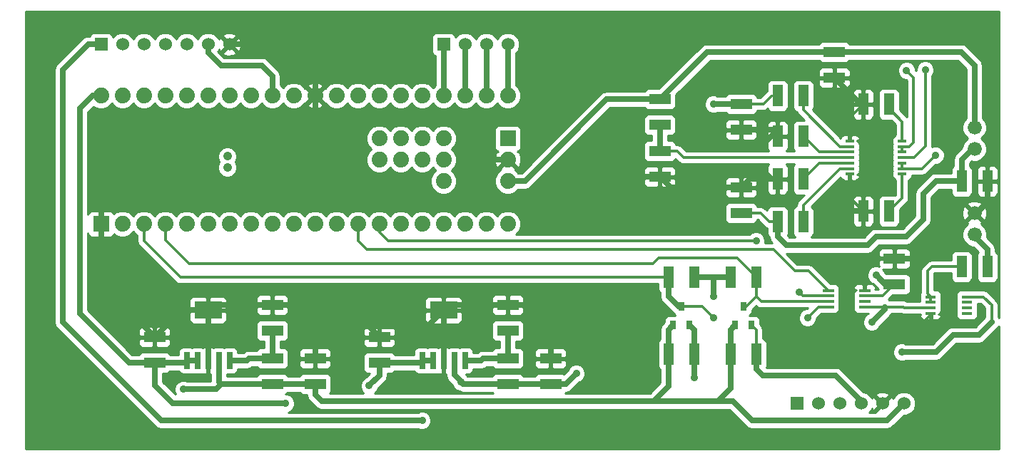
<source format=gtl>
G04 (created by PCBNEW (2013-may-18)-stable) date Thu 14 Nov 2013 05:27:43 PM CST*
%MOIN*%
G04 Gerber Fmt 3.4, Leading zero omitted, Abs format*
%FSLAX34Y34*%
G01*
G70*
G90*
G04 APERTURE LIST*
%ADD10C,0.00590551*%
%ADD11C,0.074*%
%ADD12R,0.074X0.074*%
%ADD13C,0.042*%
%ADD14R,0.0315X0.0394*%
%ADD15R,0.0255906X0.0787402*%
%ADD16R,0.125984X0.0787402*%
%ADD17R,0.1X0.05*%
%ADD18R,0.05X0.1*%
%ADD19R,0.06X0.06*%
%ADD20C,0.06*%
%ADD21C,0.066*%
%ADD22R,0.0413386X0.0125984*%
%ADD23R,0.0531496X0.014*%
%ADD24R,0.05X0.015*%
%ADD25C,0.035*%
%ADD26C,0.011811*%
%ADD27C,0.0275591*%
%ADD28C,0.01*%
G04 APERTURE END LIST*
G54D10*
G54D11*
X68800Y-42200D03*
X69800Y-42200D03*
X70800Y-42200D03*
X71800Y-42200D03*
X72800Y-42200D03*
X73800Y-42200D03*
X74800Y-42200D03*
X75800Y-42200D03*
X76800Y-42200D03*
X77800Y-42200D03*
X78800Y-42200D03*
X79800Y-42200D03*
X80800Y-42200D03*
X81800Y-42200D03*
X82800Y-42200D03*
X83800Y-42200D03*
X84800Y-42200D03*
X85800Y-42200D03*
X86800Y-42200D03*
X87800Y-42200D03*
X87800Y-48200D03*
X86800Y-48200D03*
X85800Y-48200D03*
X84800Y-48200D03*
X83800Y-48200D03*
X82800Y-48200D03*
X81800Y-48200D03*
X80800Y-48200D03*
X79800Y-48200D03*
X78800Y-48200D03*
X77800Y-48200D03*
X76800Y-48200D03*
X75800Y-48200D03*
X74800Y-48200D03*
X73800Y-48200D03*
X72800Y-48200D03*
X71800Y-48200D03*
X70800Y-48200D03*
X69800Y-48200D03*
G54D12*
X68800Y-48200D03*
X87800Y-44200D03*
G54D11*
X87800Y-45200D03*
X87800Y-46200D03*
X84800Y-44200D03*
X83800Y-44200D03*
X82800Y-44200D03*
X81800Y-44200D03*
X81800Y-45200D03*
X82800Y-45200D03*
X83800Y-45200D03*
X84800Y-45200D03*
G54D13*
X74700Y-45560D03*
X74700Y-45040D03*
G54D11*
X84800Y-46200D03*
G54D14*
X98800Y-52067D03*
X99175Y-52933D03*
X98425Y-52933D03*
X95900Y-52067D03*
X96275Y-52933D03*
X95525Y-52933D03*
G54D15*
X74800Y-54600D03*
X74300Y-54600D03*
X73800Y-54600D03*
X73300Y-54600D03*
X72800Y-54600D03*
G54D16*
X73800Y-52237D03*
G54D15*
X85800Y-54600D03*
X85300Y-54600D03*
X84800Y-54600D03*
X84300Y-54600D03*
X83800Y-54600D03*
G54D16*
X84800Y-52237D03*
G54D17*
X71300Y-53500D03*
X71300Y-54700D03*
G54D18*
X110200Y-50200D03*
X109000Y-50200D03*
X99400Y-54300D03*
X98200Y-54300D03*
X99400Y-50700D03*
X98200Y-50700D03*
X96500Y-54300D03*
X95300Y-54300D03*
X95300Y-50700D03*
X96500Y-50700D03*
G54D17*
X98700Y-43800D03*
X98700Y-42600D03*
X81800Y-53500D03*
X81800Y-54700D03*
X78800Y-54500D03*
X78800Y-55700D03*
X76800Y-52000D03*
X76800Y-53200D03*
X76800Y-54500D03*
X76800Y-55700D03*
G54D18*
X104400Y-42600D03*
X105600Y-42600D03*
G54D17*
X89800Y-54500D03*
X89800Y-55700D03*
X87800Y-52000D03*
X87800Y-53200D03*
G54D18*
X100400Y-44100D03*
X101600Y-44100D03*
G54D17*
X94900Y-46000D03*
X94900Y-44800D03*
X103048Y-41366D03*
X103048Y-40166D03*
X94905Y-43575D03*
X94905Y-42375D03*
G54D18*
X100400Y-42200D03*
X101600Y-42200D03*
G54D17*
X87800Y-54500D03*
X87800Y-55700D03*
X98700Y-46500D03*
X98700Y-47700D03*
G54D18*
X100400Y-48100D03*
X101600Y-48100D03*
X100400Y-46100D03*
X101600Y-46100D03*
X110200Y-46200D03*
X109000Y-46200D03*
G54D17*
X105854Y-49821D03*
X105854Y-51021D03*
G54D18*
X104400Y-47600D03*
X105600Y-47600D03*
G54D19*
X101300Y-56600D03*
G54D20*
X102300Y-56600D03*
X103300Y-56600D03*
X104300Y-56600D03*
X105300Y-56600D03*
X106300Y-56600D03*
G54D21*
X109600Y-43700D03*
X109600Y-44700D03*
X109600Y-48700D03*
X109600Y-47700D03*
G54D19*
X84800Y-39800D03*
G54D20*
X85800Y-39800D03*
X86800Y-39800D03*
X87800Y-39800D03*
G54D19*
X68800Y-39800D03*
G54D20*
X69800Y-39800D03*
X70800Y-39800D03*
X71800Y-39800D03*
X72800Y-39800D03*
X73800Y-39800D03*
X74800Y-39800D03*
G54D22*
X103779Y-44844D03*
X103779Y-45100D03*
X103779Y-44588D03*
X103779Y-44332D03*
X103779Y-45355D03*
X103779Y-45611D03*
X103779Y-45867D03*
X106220Y-45867D03*
X106220Y-45611D03*
X106220Y-45355D03*
X106220Y-45100D03*
X106220Y-44844D03*
X106220Y-44588D03*
X106220Y-44332D03*
G54D23*
X102774Y-52085D03*
X102774Y-51829D03*
X102774Y-51574D03*
X102774Y-51318D03*
X104467Y-51318D03*
X104467Y-51574D03*
X104467Y-51829D03*
X104467Y-52085D03*
G54D24*
X107550Y-51616D03*
X107550Y-51872D03*
X107550Y-52128D03*
X107550Y-52384D03*
X109250Y-52384D03*
X109250Y-52128D03*
X109250Y-51872D03*
X109250Y-51616D03*
G54D25*
X106425Y-41025D03*
X107780Y-44990D03*
X107300Y-41000D03*
X97400Y-42600D03*
X104800Y-52800D03*
X101400Y-51400D03*
X99400Y-49000D03*
X72637Y-55944D03*
X105000Y-50600D03*
X106200Y-54200D03*
X97400Y-51600D03*
X91000Y-55200D03*
X85600Y-55600D03*
X83800Y-57400D03*
X81325Y-55775D03*
X77425Y-56600D03*
X96498Y-55382D03*
X101800Y-52600D03*
X97400Y-52600D03*
X103800Y-47600D03*
X107000Y-53000D03*
X103200Y-42400D03*
X91600Y-53200D03*
X107000Y-49800D03*
X99600Y-44600D03*
X99600Y-45600D03*
G54D26*
X103779Y-44588D02*
X103311Y-44588D01*
X101600Y-42876D02*
X101600Y-42200D01*
X103311Y-44588D02*
X101600Y-42876D01*
X103779Y-45611D02*
X103311Y-45611D01*
X101600Y-47323D02*
X101600Y-48100D01*
X103311Y-45611D02*
X101600Y-47323D01*
X106561Y-44588D02*
X106220Y-44588D01*
X106750Y-44400D02*
X106561Y-44588D01*
X106750Y-41350D02*
X106750Y-44400D01*
X106425Y-41025D02*
X106750Y-41350D01*
X106220Y-44588D02*
X106220Y-44844D01*
X103779Y-44844D02*
X102344Y-44844D01*
X102344Y-44844D02*
X101600Y-44100D01*
X103779Y-45355D02*
X102344Y-45355D01*
X102344Y-45355D02*
X101600Y-46100D01*
X107158Y-45611D02*
X106220Y-45611D01*
X107780Y-44990D02*
X107158Y-45611D01*
X106220Y-45355D02*
X106220Y-45611D01*
G54D27*
X94900Y-44800D02*
X94900Y-43580D01*
X94900Y-43580D02*
X94905Y-43575D01*
G54D26*
X97475Y-45100D02*
X96018Y-45100D01*
X95718Y-44800D02*
X94900Y-44800D01*
X96018Y-45100D02*
X95718Y-44800D01*
X103779Y-45100D02*
X97475Y-45100D01*
X97475Y-45100D02*
X97469Y-45100D01*
X106775Y-45100D02*
X106220Y-45100D01*
X107300Y-44575D02*
X106775Y-45100D01*
X107300Y-41000D02*
X107300Y-44575D01*
G54D27*
X73800Y-39800D02*
X73800Y-40200D01*
X73800Y-40200D02*
X74400Y-40800D01*
X74400Y-40800D02*
X76300Y-40800D01*
X76300Y-40800D02*
X76800Y-41300D01*
X76800Y-41300D02*
X76800Y-42200D01*
X84800Y-42200D02*
X84800Y-39800D01*
X87800Y-42200D02*
X87800Y-39800D01*
X86800Y-42200D02*
X86800Y-39800D01*
X85800Y-42200D02*
X85800Y-39800D01*
G54D26*
X107550Y-51872D02*
X107550Y-51616D01*
X107550Y-51616D02*
X107400Y-51466D01*
X107400Y-51466D02*
X107400Y-50400D01*
X107400Y-50400D02*
X107600Y-50200D01*
X107600Y-50200D02*
X109000Y-50200D01*
G54D27*
X105400Y-52085D02*
X105400Y-52200D01*
X97400Y-42600D02*
X98700Y-42600D01*
X105400Y-52200D02*
X104800Y-52800D01*
G54D26*
X104467Y-52085D02*
X105400Y-52085D01*
X105400Y-52085D02*
X106285Y-52085D01*
X106328Y-52128D02*
X107550Y-52128D01*
X106285Y-52085D02*
X106328Y-52128D01*
X98700Y-42600D02*
X99700Y-42600D01*
G54D28*
X100100Y-42200D02*
X100400Y-42200D01*
X99700Y-42600D02*
X100100Y-42200D01*
G54D26*
X80800Y-48200D02*
X80800Y-49000D01*
X101856Y-50400D02*
X102774Y-51318D01*
X101200Y-50400D02*
X101856Y-50400D01*
X100200Y-49400D02*
X101200Y-50400D01*
X81200Y-49400D02*
X100200Y-49400D01*
X80800Y-49000D02*
X81200Y-49400D01*
X81800Y-48200D02*
X81800Y-48600D01*
X101574Y-51574D02*
X102774Y-51574D01*
X101400Y-51400D02*
X101574Y-51574D01*
X82200Y-49000D02*
X99400Y-49000D01*
X81800Y-48600D02*
X82200Y-49000D01*
G54D27*
X74300Y-54600D02*
X74300Y-55581D01*
X74300Y-55581D02*
X74418Y-55700D01*
X76800Y-55700D02*
X74418Y-55700D01*
X72637Y-55944D02*
X74173Y-55944D01*
X74173Y-55944D02*
X74418Y-55700D01*
X78800Y-55700D02*
X76800Y-55700D01*
X97500Y-56500D02*
X98300Y-56500D01*
X105500Y-57400D02*
X106300Y-56600D01*
X99200Y-57400D02*
X105500Y-57400D01*
X98300Y-56500D02*
X99200Y-57400D01*
X98200Y-54300D02*
X98200Y-53158D01*
X98200Y-53158D02*
X98425Y-52933D01*
X94600Y-56500D02*
X97500Y-56500D01*
X97500Y-56500D02*
X97600Y-56500D01*
X98200Y-55900D02*
X98200Y-54300D01*
X97600Y-56500D02*
X98200Y-55900D01*
X95300Y-54300D02*
X95300Y-53158D01*
X95300Y-53158D02*
X95525Y-52933D01*
X78800Y-55700D02*
X78800Y-56200D01*
X78800Y-56200D02*
X79100Y-56500D01*
X79100Y-56500D02*
X94600Y-56500D01*
X95300Y-55800D02*
X95300Y-54300D01*
X94600Y-56500D02*
X95300Y-55800D01*
X105421Y-51021D02*
X105854Y-51021D01*
X105000Y-50600D02*
X105421Y-51021D01*
G54D26*
X110016Y-51616D02*
X109250Y-51616D01*
X110400Y-52000D02*
X110016Y-51616D01*
X110400Y-52800D02*
X110400Y-52000D01*
G54D27*
X109800Y-53400D02*
X110400Y-52800D01*
X108600Y-53400D02*
X109800Y-53400D01*
X107800Y-54200D02*
X108600Y-53400D01*
X106200Y-54200D02*
X107800Y-54200D01*
X97400Y-50700D02*
X97325Y-50700D01*
X97400Y-51600D02*
X97400Y-50700D01*
X89800Y-55700D02*
X90500Y-55700D01*
X90500Y-55700D02*
X91000Y-55200D01*
X68800Y-39800D02*
X68200Y-39800D01*
X71600Y-57400D02*
X83800Y-57400D01*
X67000Y-52800D02*
X71600Y-57400D01*
X67000Y-41000D02*
X67000Y-52800D01*
X68200Y-39800D02*
X67000Y-41000D01*
X85600Y-55600D02*
X85612Y-55587D01*
X85612Y-55587D02*
X85600Y-55600D01*
X85600Y-55600D02*
X85600Y-55575D01*
X94905Y-42375D02*
X92425Y-42375D01*
X92425Y-42375D02*
X88600Y-46200D01*
X88600Y-46200D02*
X87800Y-46200D01*
X103048Y-40166D02*
X97114Y-40166D01*
X97114Y-40166D02*
X94905Y-42375D01*
X109600Y-43700D02*
X109600Y-40800D01*
X108966Y-40166D02*
X103048Y-40166D01*
X109600Y-40800D02*
X108966Y-40166D01*
G54D26*
X104467Y-51574D02*
X105300Y-51574D01*
X105300Y-51574D02*
X105854Y-51021D01*
G54D27*
X85300Y-54600D02*
X85300Y-55275D01*
X85300Y-55275D02*
X85600Y-55575D01*
X85600Y-55575D02*
X85725Y-55700D01*
X85725Y-55700D02*
X87800Y-55700D01*
X96500Y-50700D02*
X97325Y-50700D01*
X97325Y-50700D02*
X98200Y-50700D01*
X87800Y-55700D02*
X89800Y-55700D01*
X100400Y-48100D02*
X100400Y-48800D01*
X107800Y-46200D02*
X109000Y-46200D01*
X107200Y-46800D02*
X107800Y-46200D01*
X107200Y-48000D02*
X107200Y-46800D01*
X106400Y-48800D02*
X107200Y-48000D01*
X105000Y-48800D02*
X106400Y-48800D01*
X104600Y-49200D02*
X105000Y-48800D01*
X100800Y-49200D02*
X104600Y-49200D01*
X100400Y-48800D02*
X100800Y-49200D01*
X109600Y-44700D02*
X109500Y-44700D01*
X109500Y-44700D02*
X109000Y-45200D01*
X109000Y-45200D02*
X109000Y-46200D01*
G54D26*
X100400Y-48100D02*
X100000Y-48100D01*
X100000Y-48100D02*
X99600Y-47700D01*
X99600Y-47700D02*
X98700Y-47700D01*
G54D27*
X68800Y-42200D02*
X68400Y-42200D01*
X70100Y-54700D02*
X71300Y-54700D01*
X67800Y-52400D02*
X70100Y-54700D01*
X67800Y-42800D02*
X67800Y-52400D01*
X68400Y-42200D02*
X67800Y-42800D01*
X71300Y-54700D02*
X71300Y-55750D01*
X81800Y-55300D02*
X81800Y-54700D01*
X81325Y-55775D02*
X81800Y-55300D01*
X72150Y-56600D02*
X77425Y-56600D01*
X71300Y-55750D02*
X72150Y-56600D01*
X83800Y-54600D02*
X84300Y-54600D01*
X81800Y-54700D02*
X83700Y-54700D01*
X83700Y-54700D02*
X83800Y-54600D01*
X71300Y-54700D02*
X72700Y-54700D01*
X72700Y-54700D02*
X72800Y-54600D01*
X72800Y-54600D02*
X73300Y-54600D01*
X96500Y-54300D02*
X96498Y-54302D01*
X96498Y-54302D02*
X96498Y-55382D01*
X96500Y-54300D02*
X96500Y-53158D01*
X96500Y-53158D02*
X96275Y-52933D01*
G54D26*
X95900Y-52067D02*
X96867Y-52067D01*
X102314Y-52085D02*
X102774Y-52085D01*
X101800Y-52600D02*
X102314Y-52085D01*
X96867Y-52067D02*
X97400Y-52600D01*
G54D27*
X95900Y-52067D02*
X95767Y-52067D01*
X95300Y-51600D02*
X95300Y-50700D01*
X95767Y-52067D02*
X95300Y-51600D01*
G54D26*
X70800Y-48200D02*
X70800Y-49000D01*
X72500Y-50700D02*
X95300Y-50700D01*
X70800Y-49000D02*
X72500Y-50700D01*
G54D27*
X104300Y-56600D02*
X104300Y-56500D01*
X99400Y-55000D02*
X99400Y-54300D01*
X99700Y-55300D02*
X99400Y-55000D01*
X103100Y-55300D02*
X99700Y-55300D01*
X104300Y-56500D02*
X103100Y-55300D01*
G54D26*
X99400Y-54300D02*
X99400Y-53158D01*
X99400Y-53158D02*
X99175Y-52933D01*
X99400Y-51588D02*
X99641Y-51829D01*
X99641Y-51829D02*
X102774Y-51829D01*
X88250Y-50075D02*
X94575Y-50075D01*
X98500Y-49800D02*
X99400Y-50700D01*
X94850Y-49800D02*
X98500Y-49800D01*
X94575Y-50075D02*
X94850Y-49800D01*
X71800Y-48200D02*
X71800Y-48975D01*
X72900Y-50075D02*
X88250Y-50075D01*
X71800Y-48975D02*
X72900Y-50075D01*
X98800Y-52067D02*
X98933Y-52067D01*
X99400Y-51600D02*
X99400Y-51588D01*
X99400Y-51588D02*
X99400Y-50700D01*
X98933Y-52067D02*
X99400Y-51600D01*
G54D27*
X103800Y-47600D02*
X104400Y-47600D01*
G54D26*
X107550Y-52384D02*
X107550Y-52450D01*
X107550Y-52450D02*
X107000Y-53000D01*
G54D27*
X103600Y-42000D02*
X103600Y-41918D01*
X103641Y-41959D02*
X103600Y-42000D01*
X103200Y-42400D02*
X103641Y-41959D01*
X89800Y-53200D02*
X91600Y-53200D01*
X105854Y-49821D02*
X106979Y-49821D01*
X106979Y-49821D02*
X107000Y-49800D01*
G54D26*
X104467Y-51318D02*
X104467Y-50332D01*
X104979Y-49821D02*
X105854Y-49821D01*
X104467Y-50332D02*
X104979Y-49821D01*
G54D27*
X68800Y-48200D02*
X68800Y-47600D01*
X78800Y-44200D02*
X78800Y-42200D01*
X76400Y-46600D02*
X78800Y-44200D01*
X69800Y-46600D02*
X76400Y-46600D01*
X68800Y-47600D02*
X69800Y-46600D01*
X87800Y-52000D02*
X88600Y-52000D01*
X89800Y-53200D02*
X89800Y-54500D01*
X88600Y-52000D02*
X89800Y-53200D01*
X87800Y-52000D02*
X85037Y-52000D01*
X85037Y-52000D02*
X84800Y-52237D01*
X78800Y-42200D02*
X78800Y-42800D01*
X78800Y-42800D02*
X79200Y-43200D01*
X79200Y-43200D02*
X85600Y-43200D01*
X85600Y-43200D02*
X86600Y-44200D01*
X86600Y-44200D02*
X86600Y-45600D01*
X78800Y-42200D02*
X78800Y-41400D01*
X78800Y-41400D02*
X77200Y-39800D01*
X77200Y-39800D02*
X74800Y-39800D01*
X68800Y-48200D02*
X68800Y-51000D01*
X68800Y-51000D02*
X71300Y-53500D01*
X73800Y-52237D02*
X72562Y-52237D01*
X72562Y-52237D02*
X71300Y-53500D01*
X73800Y-54600D02*
X73800Y-52237D01*
X84800Y-54600D02*
X84800Y-52237D01*
X81300Y-53000D02*
X84037Y-53000D01*
X84037Y-53000D02*
X84800Y-52237D01*
X78800Y-53000D02*
X81300Y-53000D01*
X81300Y-53000D02*
X81800Y-53500D01*
X76800Y-52000D02*
X77800Y-52000D01*
X78800Y-53000D02*
X78800Y-54500D01*
X77800Y-52000D02*
X78800Y-53000D01*
X76800Y-52000D02*
X74037Y-52000D01*
X74037Y-52000D02*
X73800Y-52237D01*
G54D26*
X103779Y-45867D02*
X103779Y-46979D01*
X103779Y-46979D02*
X104400Y-47600D01*
G54D27*
X100400Y-46100D02*
X100100Y-46100D01*
X100100Y-44100D02*
X100400Y-44100D01*
X99600Y-44600D02*
X100100Y-44100D01*
X100100Y-46100D02*
X99600Y-45600D01*
X104400Y-42600D02*
X104282Y-42600D01*
X104282Y-42600D02*
X103600Y-41918D01*
X103600Y-41918D02*
X103048Y-41366D01*
G54D26*
X103779Y-44332D02*
X103779Y-43220D01*
X103779Y-43220D02*
X104400Y-42600D01*
G54D27*
X94900Y-46000D02*
X90000Y-46000D01*
X90000Y-46000D02*
X89000Y-47000D01*
X89000Y-47000D02*
X87200Y-47000D01*
X87200Y-47000D02*
X86600Y-46400D01*
X86600Y-46400D02*
X86600Y-45600D01*
X87000Y-45200D02*
X87800Y-45200D01*
X86600Y-45600D02*
X87000Y-45200D01*
X98700Y-46500D02*
X95400Y-46500D01*
X95400Y-46500D02*
X94900Y-46000D01*
X100400Y-46100D02*
X99100Y-46100D01*
X99100Y-46100D02*
X98700Y-46500D01*
X98700Y-43800D02*
X100100Y-43800D01*
X100100Y-43800D02*
X100400Y-44100D01*
X109600Y-47700D02*
X109700Y-47700D01*
X109700Y-47700D02*
X110200Y-47200D01*
X110200Y-47200D02*
X110200Y-46200D01*
G54D26*
X105600Y-42600D02*
X105600Y-42800D01*
X106220Y-43420D02*
X106220Y-44332D01*
X105600Y-42800D02*
X106220Y-43420D01*
X106220Y-45867D02*
X106220Y-46979D01*
X106220Y-46979D02*
X105600Y-47600D01*
G54D27*
X87800Y-53200D02*
X87800Y-54500D01*
X85800Y-54600D02*
X86550Y-54600D01*
X86550Y-54600D02*
X86650Y-54500D01*
X86650Y-54500D02*
X87800Y-54500D01*
X76800Y-53200D02*
X76800Y-54500D01*
X76800Y-54500D02*
X75700Y-54500D01*
X75700Y-54500D02*
X75600Y-54600D01*
X75600Y-54600D02*
X74800Y-54600D01*
X109600Y-48700D02*
X109600Y-48800D01*
X110200Y-49400D02*
X110200Y-50200D01*
X109600Y-48800D02*
X110200Y-49400D01*
G54D10*
G36*
X110730Y-58730D02*
X65269Y-58730D01*
X65269Y-38269D01*
X110730Y-38269D01*
X110730Y-52609D01*
X110709Y-52577D01*
X110709Y-52000D01*
X110700Y-51954D01*
X110700Y-50650D01*
X110700Y-49650D01*
X110700Y-46650D01*
X110700Y-45749D01*
X110699Y-45650D01*
X110661Y-45558D01*
X110591Y-45487D01*
X110499Y-45449D01*
X110312Y-45450D01*
X110250Y-45512D01*
X110250Y-46150D01*
X110637Y-46150D01*
X110700Y-46087D01*
X110700Y-45749D01*
X110700Y-46650D01*
X110700Y-46312D01*
X110637Y-46250D01*
X110250Y-46250D01*
X110250Y-46887D01*
X110312Y-46950D01*
X110499Y-46950D01*
X110591Y-46912D01*
X110661Y-46841D01*
X110699Y-46749D01*
X110700Y-46650D01*
X110700Y-49650D01*
X110662Y-49558D01*
X110591Y-49488D01*
X110587Y-49486D01*
X110587Y-49400D01*
X110558Y-49251D01*
X110474Y-49125D01*
X110474Y-49125D01*
X110184Y-48836D01*
X110184Y-47788D01*
X110180Y-47689D01*
X110180Y-44585D01*
X110091Y-44371D01*
X109928Y-44208D01*
X109908Y-44200D01*
X109928Y-44191D01*
X110091Y-44028D01*
X110179Y-43815D01*
X110180Y-43585D01*
X110091Y-43371D01*
X109987Y-43267D01*
X109987Y-40800D01*
X109987Y-40799D01*
X109958Y-40651D01*
X109958Y-40651D01*
X109930Y-40609D01*
X109874Y-40525D01*
X109874Y-40525D01*
X109240Y-39891D01*
X109114Y-39807D01*
X108966Y-39778D01*
X103761Y-39778D01*
X103760Y-39774D01*
X103689Y-39704D01*
X103597Y-39666D01*
X103498Y-39665D01*
X102498Y-39665D01*
X102406Y-39703D01*
X102336Y-39774D01*
X102334Y-39778D01*
X97114Y-39778D01*
X96965Y-39807D01*
X96839Y-39891D01*
X94856Y-41874D01*
X94355Y-41874D01*
X94263Y-41912D01*
X94193Y-41983D01*
X94191Y-41987D01*
X92425Y-41987D01*
X92276Y-42016D01*
X92234Y-42044D01*
X92150Y-42100D01*
X88439Y-45812D01*
X88424Y-45812D01*
X88424Y-45298D01*
X88420Y-45190D01*
X88420Y-42077D01*
X88325Y-41849D01*
X88187Y-41710D01*
X88187Y-40190D01*
X88265Y-40111D01*
X88349Y-39909D01*
X88350Y-39691D01*
X88266Y-39488D01*
X88111Y-39334D01*
X87909Y-39250D01*
X87691Y-39249D01*
X87488Y-39333D01*
X87334Y-39488D01*
X87300Y-39569D01*
X87266Y-39488D01*
X87111Y-39334D01*
X86909Y-39250D01*
X86691Y-39249D01*
X86488Y-39333D01*
X86334Y-39488D01*
X86300Y-39569D01*
X86266Y-39488D01*
X86111Y-39334D01*
X85909Y-39250D01*
X85691Y-39249D01*
X85488Y-39333D01*
X85350Y-39472D01*
X85350Y-39450D01*
X85312Y-39358D01*
X85241Y-39288D01*
X85149Y-39250D01*
X85050Y-39249D01*
X84450Y-39249D01*
X84358Y-39287D01*
X84288Y-39358D01*
X84250Y-39450D01*
X84249Y-39549D01*
X84249Y-40149D01*
X84287Y-40241D01*
X84358Y-40311D01*
X84412Y-40334D01*
X84412Y-41711D01*
X84299Y-41823D01*
X84151Y-41674D01*
X83923Y-41580D01*
X83677Y-41579D01*
X83449Y-41674D01*
X83299Y-41823D01*
X83151Y-41674D01*
X82923Y-41580D01*
X82677Y-41579D01*
X82449Y-41674D01*
X82299Y-41823D01*
X82151Y-41674D01*
X81923Y-41580D01*
X81677Y-41579D01*
X81449Y-41674D01*
X81299Y-41823D01*
X81151Y-41674D01*
X80923Y-41580D01*
X80677Y-41579D01*
X80449Y-41674D01*
X80299Y-41823D01*
X80151Y-41674D01*
X79923Y-41580D01*
X79677Y-41579D01*
X79449Y-41674D01*
X79275Y-41847D01*
X79236Y-41834D01*
X79165Y-41904D01*
X79165Y-41763D01*
X79129Y-41660D01*
X78898Y-41575D01*
X78652Y-41585D01*
X78470Y-41660D01*
X78434Y-41763D01*
X78800Y-42129D01*
X79165Y-41763D01*
X79165Y-41904D01*
X78870Y-42200D01*
X79236Y-42565D01*
X79275Y-42552D01*
X79448Y-42725D01*
X79676Y-42819D01*
X79922Y-42820D01*
X80150Y-42725D01*
X80300Y-42576D01*
X80448Y-42725D01*
X80676Y-42819D01*
X80922Y-42820D01*
X81150Y-42725D01*
X81300Y-42576D01*
X81448Y-42725D01*
X81676Y-42819D01*
X81922Y-42820D01*
X82150Y-42725D01*
X82300Y-42576D01*
X82448Y-42725D01*
X82676Y-42819D01*
X82922Y-42820D01*
X83150Y-42725D01*
X83300Y-42576D01*
X83448Y-42725D01*
X83676Y-42819D01*
X83922Y-42820D01*
X84150Y-42725D01*
X84300Y-42576D01*
X84448Y-42725D01*
X84676Y-42819D01*
X84922Y-42820D01*
X85150Y-42725D01*
X85300Y-42576D01*
X85448Y-42725D01*
X85676Y-42819D01*
X85922Y-42820D01*
X86150Y-42725D01*
X86300Y-42576D01*
X86448Y-42725D01*
X86676Y-42819D01*
X86922Y-42820D01*
X87150Y-42725D01*
X87300Y-42576D01*
X87448Y-42725D01*
X87676Y-42819D01*
X87922Y-42820D01*
X88150Y-42725D01*
X88325Y-42551D01*
X88419Y-42323D01*
X88420Y-42077D01*
X88420Y-45190D01*
X88420Y-45188D01*
X88414Y-45052D01*
X88339Y-44870D01*
X88236Y-44834D01*
X88272Y-44798D01*
X88311Y-44782D01*
X88381Y-44711D01*
X88419Y-44619D01*
X88420Y-44520D01*
X88420Y-43780D01*
X88382Y-43688D01*
X88311Y-43618D01*
X88219Y-43580D01*
X88120Y-43579D01*
X87380Y-43579D01*
X87288Y-43617D01*
X87218Y-43688D01*
X87180Y-43780D01*
X87179Y-43879D01*
X87179Y-44619D01*
X87217Y-44711D01*
X87288Y-44781D01*
X87327Y-44798D01*
X87363Y-44834D01*
X87260Y-44870D01*
X87175Y-45101D01*
X87185Y-45347D01*
X87260Y-45529D01*
X87363Y-45565D01*
X87729Y-45200D01*
X87723Y-45194D01*
X87794Y-45123D01*
X87800Y-45129D01*
X87805Y-45123D01*
X87876Y-45194D01*
X87870Y-45200D01*
X88236Y-45565D01*
X88339Y-45529D01*
X88424Y-45298D01*
X88424Y-45812D01*
X88288Y-45812D01*
X88152Y-45675D01*
X88165Y-45636D01*
X87800Y-45270D01*
X87729Y-45341D01*
X87434Y-45636D01*
X87447Y-45675D01*
X87274Y-45848D01*
X87180Y-46076D01*
X87179Y-46322D01*
X87274Y-46550D01*
X87448Y-46725D01*
X87676Y-46819D01*
X87922Y-46820D01*
X88150Y-46725D01*
X88289Y-46587D01*
X88600Y-46587D01*
X88748Y-46558D01*
X88874Y-46474D01*
X92585Y-42762D01*
X94191Y-42762D01*
X94192Y-42766D01*
X94263Y-42836D01*
X94355Y-42874D01*
X94454Y-42875D01*
X95454Y-42875D01*
X95546Y-42837D01*
X95616Y-42766D01*
X95654Y-42674D01*
X95655Y-42575D01*
X95655Y-42173D01*
X97274Y-40553D01*
X102334Y-40553D01*
X102335Y-40557D01*
X102406Y-40627D01*
X102498Y-40665D01*
X102597Y-40666D01*
X103597Y-40666D01*
X103689Y-40628D01*
X103759Y-40557D01*
X103761Y-40553D01*
X108805Y-40553D01*
X109212Y-40960D01*
X109212Y-43267D01*
X109108Y-43371D01*
X109020Y-43584D01*
X109019Y-43814D01*
X109108Y-44028D01*
X109271Y-44191D01*
X109291Y-44199D01*
X109271Y-44208D01*
X109108Y-44371D01*
X109020Y-44584D01*
X109020Y-44631D01*
X108725Y-44925D01*
X108641Y-45051D01*
X108612Y-45200D01*
X108612Y-45486D01*
X108608Y-45487D01*
X108538Y-45558D01*
X108500Y-45650D01*
X108499Y-45749D01*
X108499Y-45812D01*
X108205Y-45812D01*
X108205Y-44905D01*
X108140Y-44749D01*
X108021Y-44629D01*
X107864Y-44565D01*
X107695Y-44564D01*
X107603Y-44603D01*
X107604Y-44598D01*
X107609Y-44575D01*
X107609Y-44575D01*
X107609Y-44575D01*
X107609Y-41292D01*
X107660Y-41241D01*
X107724Y-41084D01*
X107725Y-40915D01*
X107660Y-40759D01*
X107541Y-40639D01*
X107384Y-40575D01*
X107215Y-40574D01*
X107059Y-40639D01*
X106939Y-40758D01*
X106875Y-40915D01*
X106874Y-41037D01*
X106850Y-41012D01*
X106850Y-40940D01*
X106785Y-40784D01*
X106666Y-40664D01*
X106509Y-40600D01*
X106340Y-40599D01*
X106184Y-40664D01*
X106064Y-40783D01*
X106000Y-40940D01*
X105999Y-41109D01*
X106064Y-41265D01*
X106183Y-41385D01*
X106340Y-41449D01*
X106412Y-41449D01*
X106440Y-41478D01*
X106440Y-43204D01*
X106439Y-43201D01*
X106439Y-43201D01*
X106100Y-42862D01*
X106100Y-42050D01*
X106062Y-41958D01*
X105991Y-41888D01*
X105899Y-41850D01*
X105800Y-41849D01*
X105300Y-41849D01*
X105208Y-41887D01*
X105138Y-41958D01*
X105100Y-42050D01*
X105099Y-42149D01*
X105099Y-43149D01*
X105137Y-43241D01*
X105208Y-43311D01*
X105300Y-43349D01*
X105399Y-43350D01*
X105712Y-43350D01*
X105911Y-43548D01*
X105911Y-44041D01*
X105872Y-44057D01*
X105801Y-44127D01*
X105763Y-44219D01*
X105763Y-44318D01*
X105763Y-44444D01*
X105770Y-44460D01*
X105763Y-44475D01*
X105763Y-44574D01*
X105763Y-44700D01*
X105770Y-44716D01*
X105763Y-44731D01*
X105763Y-44830D01*
X105763Y-44956D01*
X105770Y-44971D01*
X105763Y-44987D01*
X105763Y-45086D01*
X105763Y-45212D01*
X105770Y-45227D01*
X105763Y-45242D01*
X105763Y-45342D01*
X105763Y-45468D01*
X105770Y-45483D01*
X105763Y-45498D01*
X105763Y-45598D01*
X105763Y-45724D01*
X105770Y-45739D01*
X105763Y-45754D01*
X105763Y-45854D01*
X105763Y-45980D01*
X105801Y-46072D01*
X105871Y-46142D01*
X105911Y-46158D01*
X105911Y-46851D01*
X105909Y-46853D01*
X105899Y-46850D01*
X105800Y-46849D01*
X105300Y-46849D01*
X105208Y-46887D01*
X105138Y-46958D01*
X105100Y-47050D01*
X105099Y-47149D01*
X105099Y-48149D01*
X105137Y-48241D01*
X105208Y-48311D01*
X105300Y-48349D01*
X105399Y-48350D01*
X105899Y-48350D01*
X105991Y-48312D01*
X106061Y-48241D01*
X106099Y-48149D01*
X106100Y-48050D01*
X106100Y-47537D01*
X106439Y-47198D01*
X106439Y-47198D01*
X106439Y-47198D01*
X106506Y-47097D01*
X106506Y-47097D01*
X106529Y-46979D01*
X106529Y-46158D01*
X106568Y-46142D01*
X106638Y-46072D01*
X106677Y-45980D01*
X106677Y-45920D01*
X107158Y-45920D01*
X107276Y-45897D01*
X107276Y-45897D01*
X107376Y-45830D01*
X107792Y-45415D01*
X107864Y-45415D01*
X108020Y-45350D01*
X108140Y-45231D01*
X108204Y-45074D01*
X108205Y-44905D01*
X108205Y-45812D01*
X107800Y-45812D01*
X107651Y-45841D01*
X107525Y-45925D01*
X106925Y-46525D01*
X106841Y-46651D01*
X106812Y-46800D01*
X106812Y-47839D01*
X106239Y-48412D01*
X105000Y-48412D01*
X104900Y-48432D01*
X104900Y-48050D01*
X104900Y-47149D01*
X104900Y-43050D01*
X104900Y-42149D01*
X104899Y-42050D01*
X104861Y-41958D01*
X104791Y-41887D01*
X104699Y-41849D01*
X104512Y-41850D01*
X104450Y-41912D01*
X104450Y-42550D01*
X104837Y-42550D01*
X104900Y-42487D01*
X104900Y-42149D01*
X104900Y-43050D01*
X104900Y-42712D01*
X104837Y-42650D01*
X104450Y-42650D01*
X104450Y-43287D01*
X104512Y-43350D01*
X104699Y-43350D01*
X104791Y-43312D01*
X104861Y-43241D01*
X104899Y-43149D01*
X104900Y-43050D01*
X104900Y-47149D01*
X104899Y-47050D01*
X104861Y-46958D01*
X104791Y-46887D01*
X104699Y-46849D01*
X104512Y-46850D01*
X104450Y-46912D01*
X104450Y-47550D01*
X104837Y-47550D01*
X104900Y-47487D01*
X104900Y-47149D01*
X104900Y-48050D01*
X104900Y-47712D01*
X104837Y-47650D01*
X104450Y-47650D01*
X104450Y-48287D01*
X104512Y-48350D01*
X104699Y-48350D01*
X104791Y-48312D01*
X104861Y-48241D01*
X104899Y-48149D01*
X104900Y-48050D01*
X104900Y-48432D01*
X104851Y-48441D01*
X104725Y-48525D01*
X104725Y-48525D01*
X104725Y-48525D01*
X104439Y-48812D01*
X104350Y-48812D01*
X104350Y-48287D01*
X104350Y-47650D01*
X104350Y-47550D01*
X104350Y-46912D01*
X104350Y-43287D01*
X104350Y-42650D01*
X104350Y-42550D01*
X104350Y-41912D01*
X104287Y-41850D01*
X104100Y-41849D01*
X104008Y-41887D01*
X103938Y-41958D01*
X103900Y-42050D01*
X103899Y-42149D01*
X103900Y-42487D01*
X103962Y-42550D01*
X104350Y-42550D01*
X104350Y-42650D01*
X103962Y-42650D01*
X103900Y-42712D01*
X103899Y-43050D01*
X103900Y-43149D01*
X103938Y-43241D01*
X104008Y-43312D01*
X104100Y-43350D01*
X104287Y-43350D01*
X104350Y-43287D01*
X104350Y-46912D01*
X104287Y-46850D01*
X104100Y-46849D01*
X104008Y-46887D01*
X103938Y-46958D01*
X103900Y-47050D01*
X103899Y-47149D01*
X103900Y-47487D01*
X103962Y-47550D01*
X104350Y-47550D01*
X104350Y-47650D01*
X103962Y-47650D01*
X103900Y-47712D01*
X103899Y-48050D01*
X103900Y-48149D01*
X103938Y-48241D01*
X104008Y-48312D01*
X104100Y-48350D01*
X104287Y-48350D01*
X104350Y-48287D01*
X104350Y-48812D01*
X101991Y-48812D01*
X101991Y-48812D01*
X102061Y-48741D01*
X102099Y-48649D01*
X102100Y-48550D01*
X102100Y-47550D01*
X102062Y-47458D01*
X101991Y-47388D01*
X101978Y-47382D01*
X103339Y-46021D01*
X103360Y-46072D01*
X103431Y-46142D01*
X103522Y-46180D01*
X103622Y-46180D01*
X103667Y-46180D01*
X103729Y-46118D01*
X103729Y-45924D01*
X103829Y-45924D01*
X103829Y-46118D01*
X103892Y-46180D01*
X103936Y-46180D01*
X104036Y-46180D01*
X104128Y-46142D01*
X104198Y-46072D01*
X104236Y-45980D01*
X104236Y-45961D01*
X104173Y-45899D01*
X104097Y-45899D01*
X104127Y-45886D01*
X104198Y-45816D01*
X104201Y-45808D01*
X104236Y-45773D01*
X104236Y-45755D01*
X104229Y-45739D01*
X104236Y-45724D01*
X104236Y-45625D01*
X104236Y-45499D01*
X104229Y-45483D01*
X104236Y-45468D01*
X104236Y-45369D01*
X104236Y-45243D01*
X104229Y-45228D01*
X104236Y-45212D01*
X104236Y-45113D01*
X104236Y-44987D01*
X104229Y-44972D01*
X104236Y-44957D01*
X104236Y-44857D01*
X104236Y-44731D01*
X104229Y-44716D01*
X104236Y-44701D01*
X104236Y-44601D01*
X104236Y-44475D01*
X104229Y-44460D01*
X104236Y-44444D01*
X104236Y-44426D01*
X104201Y-44391D01*
X104198Y-44383D01*
X104128Y-44313D01*
X104097Y-44300D01*
X104173Y-44300D01*
X104236Y-44238D01*
X104236Y-44219D01*
X104198Y-44127D01*
X104128Y-44057D01*
X104036Y-44019D01*
X103936Y-44019D01*
X103892Y-44019D01*
X103829Y-44081D01*
X103829Y-44275D01*
X103798Y-44275D01*
X103798Y-41665D01*
X103798Y-41066D01*
X103760Y-40974D01*
X103689Y-40904D01*
X103597Y-40866D01*
X103498Y-40865D01*
X103160Y-40866D01*
X103098Y-40928D01*
X103098Y-41316D01*
X103735Y-41316D01*
X103798Y-41253D01*
X103798Y-41066D01*
X103798Y-41665D01*
X103798Y-41478D01*
X103735Y-41416D01*
X103098Y-41416D01*
X103098Y-41803D01*
X103160Y-41866D01*
X103498Y-41866D01*
X103597Y-41865D01*
X103689Y-41827D01*
X103760Y-41757D01*
X103798Y-41665D01*
X103798Y-44275D01*
X103729Y-44275D01*
X103729Y-44081D01*
X103667Y-44019D01*
X103622Y-44019D01*
X103522Y-44019D01*
X103431Y-44057D01*
X103360Y-44127D01*
X103339Y-44178D01*
X102998Y-43837D01*
X102998Y-41803D01*
X102998Y-41416D01*
X102998Y-41316D01*
X102998Y-40928D01*
X102935Y-40866D01*
X102597Y-40865D01*
X102498Y-40866D01*
X102406Y-40904D01*
X102335Y-40974D01*
X102297Y-41066D01*
X102298Y-41253D01*
X102360Y-41316D01*
X102998Y-41316D01*
X102998Y-41416D01*
X102360Y-41416D01*
X102298Y-41478D01*
X102297Y-41665D01*
X102335Y-41757D01*
X102406Y-41827D01*
X102498Y-41865D01*
X102597Y-41866D01*
X102935Y-41866D01*
X102998Y-41803D01*
X102998Y-43837D01*
X102032Y-42871D01*
X102061Y-42841D01*
X102099Y-42749D01*
X102100Y-42650D01*
X102100Y-41650D01*
X102062Y-41558D01*
X101991Y-41488D01*
X101899Y-41450D01*
X101800Y-41449D01*
X101300Y-41449D01*
X101208Y-41487D01*
X101138Y-41558D01*
X101100Y-41650D01*
X101099Y-41749D01*
X101099Y-42749D01*
X101137Y-42841D01*
X101208Y-42911D01*
X101300Y-42949D01*
X101305Y-42949D01*
X101314Y-42994D01*
X101381Y-43094D01*
X101636Y-43349D01*
X101300Y-43349D01*
X101208Y-43387D01*
X101138Y-43458D01*
X101100Y-43550D01*
X101099Y-43649D01*
X101099Y-44649D01*
X101137Y-44741D01*
X101187Y-44790D01*
X100812Y-44790D01*
X100861Y-44741D01*
X100899Y-44649D01*
X100900Y-44550D01*
X100900Y-43649D01*
X100900Y-42650D01*
X100900Y-41650D01*
X100862Y-41558D01*
X100791Y-41488D01*
X100699Y-41450D01*
X100600Y-41449D01*
X100100Y-41449D01*
X100008Y-41487D01*
X99938Y-41558D01*
X99900Y-41650D01*
X99899Y-41749D01*
X99899Y-41979D01*
X99887Y-41987D01*
X99584Y-42290D01*
X99446Y-42290D01*
X99412Y-42208D01*
X99341Y-42138D01*
X99249Y-42100D01*
X99150Y-42099D01*
X98150Y-42099D01*
X98058Y-42137D01*
X97988Y-42208D01*
X97986Y-42212D01*
X97574Y-42212D01*
X97484Y-42175D01*
X97315Y-42174D01*
X97159Y-42239D01*
X97039Y-42358D01*
X96975Y-42515D01*
X96974Y-42684D01*
X97039Y-42840D01*
X97158Y-42960D01*
X97315Y-43024D01*
X97484Y-43025D01*
X97574Y-42987D01*
X97986Y-42987D01*
X97987Y-42991D01*
X98058Y-43061D01*
X98150Y-43099D01*
X98249Y-43100D01*
X99249Y-43100D01*
X99341Y-43062D01*
X99411Y-42991D01*
X99446Y-42909D01*
X99700Y-42909D01*
X99818Y-42885D01*
X99918Y-42818D01*
X99924Y-42809D01*
X99937Y-42841D01*
X100008Y-42911D01*
X100100Y-42949D01*
X100199Y-42950D01*
X100699Y-42950D01*
X100791Y-42912D01*
X100861Y-42841D01*
X100899Y-42749D01*
X100900Y-42650D01*
X100900Y-43649D01*
X100899Y-43550D01*
X100861Y-43458D01*
X100791Y-43387D01*
X100699Y-43349D01*
X100512Y-43350D01*
X100450Y-43412D01*
X100450Y-44050D01*
X100837Y-44050D01*
X100900Y-43987D01*
X100900Y-43649D01*
X100900Y-44550D01*
X100900Y-44212D01*
X100837Y-44150D01*
X100450Y-44150D01*
X100450Y-44157D01*
X100350Y-44157D01*
X100350Y-44150D01*
X100350Y-44050D01*
X100350Y-43412D01*
X100287Y-43350D01*
X100100Y-43349D01*
X100008Y-43387D01*
X99938Y-43458D01*
X99900Y-43550D01*
X99899Y-43649D01*
X99900Y-43987D01*
X99962Y-44050D01*
X100350Y-44050D01*
X100350Y-44150D01*
X99962Y-44150D01*
X99900Y-44212D01*
X99899Y-44550D01*
X99900Y-44649D01*
X99938Y-44741D01*
X99987Y-44790D01*
X99450Y-44790D01*
X99450Y-44099D01*
X99450Y-43500D01*
X99412Y-43408D01*
X99341Y-43338D01*
X99249Y-43300D01*
X99150Y-43299D01*
X98812Y-43300D01*
X98750Y-43362D01*
X98750Y-43750D01*
X99387Y-43750D01*
X99450Y-43687D01*
X99450Y-43500D01*
X99450Y-44099D01*
X99450Y-43912D01*
X99387Y-43850D01*
X98750Y-43850D01*
X98750Y-44237D01*
X98812Y-44300D01*
X99150Y-44300D01*
X99249Y-44299D01*
X99341Y-44261D01*
X99412Y-44191D01*
X99450Y-44099D01*
X99450Y-44790D01*
X98650Y-44790D01*
X98650Y-44237D01*
X98650Y-43850D01*
X98650Y-43750D01*
X98650Y-43362D01*
X98587Y-43300D01*
X98249Y-43299D01*
X98150Y-43300D01*
X98058Y-43338D01*
X97987Y-43408D01*
X97949Y-43500D01*
X97950Y-43687D01*
X98012Y-43750D01*
X98650Y-43750D01*
X98650Y-43850D01*
X98012Y-43850D01*
X97950Y-43912D01*
X97949Y-44099D01*
X97987Y-44191D01*
X98058Y-44261D01*
X98150Y-44299D01*
X98249Y-44300D01*
X98587Y-44300D01*
X98650Y-44237D01*
X98650Y-44790D01*
X97475Y-44790D01*
X97469Y-44790D01*
X96146Y-44790D01*
X95936Y-44581D01*
X95836Y-44514D01*
X95718Y-44490D01*
X95646Y-44490D01*
X95612Y-44408D01*
X95541Y-44338D01*
X95449Y-44300D01*
X95350Y-44299D01*
X95287Y-44299D01*
X95287Y-44075D01*
X95454Y-44075D01*
X95546Y-44037D01*
X95616Y-43966D01*
X95654Y-43874D01*
X95655Y-43775D01*
X95655Y-43275D01*
X95617Y-43183D01*
X95546Y-43113D01*
X95454Y-43075D01*
X95355Y-43074D01*
X94355Y-43074D01*
X94263Y-43112D01*
X94193Y-43183D01*
X94155Y-43275D01*
X94154Y-43374D01*
X94154Y-43874D01*
X94192Y-43966D01*
X94263Y-44036D01*
X94355Y-44074D01*
X94454Y-44075D01*
X94512Y-44075D01*
X94512Y-44299D01*
X94350Y-44299D01*
X94258Y-44337D01*
X94188Y-44408D01*
X94150Y-44500D01*
X94149Y-44599D01*
X94149Y-45099D01*
X94187Y-45191D01*
X94258Y-45261D01*
X94350Y-45299D01*
X94449Y-45300D01*
X95449Y-45300D01*
X95541Y-45262D01*
X95611Y-45191D01*
X95629Y-45148D01*
X95799Y-45318D01*
X95799Y-45318D01*
X95899Y-45385D01*
X95899Y-45385D01*
X95994Y-45404D01*
X96017Y-45409D01*
X96017Y-45409D01*
X96018Y-45409D01*
X97469Y-45409D01*
X97475Y-45409D01*
X99987Y-45409D01*
X99938Y-45458D01*
X99900Y-45550D01*
X99899Y-45649D01*
X99900Y-45987D01*
X99962Y-46050D01*
X100350Y-46050D01*
X100350Y-46042D01*
X100450Y-46042D01*
X100450Y-46050D01*
X100837Y-46050D01*
X100900Y-45987D01*
X100900Y-45649D01*
X100899Y-45550D01*
X100861Y-45458D01*
X100812Y-45409D01*
X101187Y-45409D01*
X101138Y-45458D01*
X101100Y-45550D01*
X101099Y-45649D01*
X101099Y-46649D01*
X101137Y-46741D01*
X101208Y-46811D01*
X101300Y-46849D01*
X101399Y-46850D01*
X101636Y-46850D01*
X101381Y-47105D01*
X101314Y-47205D01*
X101290Y-47323D01*
X101290Y-47353D01*
X101208Y-47387D01*
X101138Y-47458D01*
X101100Y-47550D01*
X101099Y-47649D01*
X101099Y-48649D01*
X101137Y-48741D01*
X101208Y-48811D01*
X101209Y-48812D01*
X100960Y-48812D01*
X100870Y-48721D01*
X100899Y-48649D01*
X100900Y-48550D01*
X100900Y-47550D01*
X100900Y-46550D01*
X100900Y-46212D01*
X100837Y-46150D01*
X100450Y-46150D01*
X100450Y-46787D01*
X100512Y-46850D01*
X100699Y-46850D01*
X100791Y-46812D01*
X100861Y-46741D01*
X100899Y-46649D01*
X100900Y-46550D01*
X100900Y-47550D01*
X100862Y-47458D01*
X100791Y-47388D01*
X100699Y-47350D01*
X100600Y-47349D01*
X100350Y-47349D01*
X100350Y-46787D01*
X100350Y-46150D01*
X99962Y-46150D01*
X99900Y-46212D01*
X99899Y-46550D01*
X99900Y-46649D01*
X99938Y-46741D01*
X100008Y-46812D01*
X100100Y-46850D01*
X100287Y-46850D01*
X100350Y-46787D01*
X100350Y-47349D01*
X100100Y-47349D01*
X100008Y-47387D01*
X99938Y-47458D01*
X99900Y-47550D01*
X99900Y-47562D01*
X99818Y-47481D01*
X99718Y-47414D01*
X99600Y-47390D01*
X99450Y-47390D01*
X99450Y-46799D01*
X99450Y-46200D01*
X99412Y-46108D01*
X99341Y-46038D01*
X99249Y-46000D01*
X99150Y-45999D01*
X98812Y-46000D01*
X98750Y-46062D01*
X98750Y-46450D01*
X99387Y-46450D01*
X99450Y-46387D01*
X99450Y-46200D01*
X99450Y-46799D01*
X99450Y-46612D01*
X99387Y-46550D01*
X98750Y-46550D01*
X98750Y-46937D01*
X98812Y-47000D01*
X99150Y-47000D01*
X99249Y-46999D01*
X99341Y-46961D01*
X99412Y-46891D01*
X99450Y-46799D01*
X99450Y-47390D01*
X99446Y-47390D01*
X99412Y-47308D01*
X99341Y-47238D01*
X99249Y-47200D01*
X99150Y-47199D01*
X98650Y-47199D01*
X98650Y-46937D01*
X98650Y-46550D01*
X98650Y-46450D01*
X98650Y-46062D01*
X98587Y-46000D01*
X98249Y-45999D01*
X98150Y-46000D01*
X98058Y-46038D01*
X97987Y-46108D01*
X97949Y-46200D01*
X97950Y-46387D01*
X98012Y-46450D01*
X98650Y-46450D01*
X98650Y-46550D01*
X98012Y-46550D01*
X97950Y-46612D01*
X97949Y-46799D01*
X97987Y-46891D01*
X98058Y-46961D01*
X98150Y-46999D01*
X98249Y-47000D01*
X98587Y-47000D01*
X98650Y-46937D01*
X98650Y-47199D01*
X98150Y-47199D01*
X98058Y-47237D01*
X97988Y-47308D01*
X97950Y-47400D01*
X97949Y-47499D01*
X97949Y-47999D01*
X97987Y-48091D01*
X98058Y-48161D01*
X98150Y-48199D01*
X98249Y-48200D01*
X99249Y-48200D01*
X99341Y-48162D01*
X99411Y-48091D01*
X99446Y-48009D01*
X99471Y-48009D01*
X99781Y-48318D01*
X99781Y-48318D01*
X99881Y-48385D01*
X99881Y-48385D01*
X99899Y-48389D01*
X99899Y-48649D01*
X99937Y-48741D01*
X100008Y-48811D01*
X100015Y-48814D01*
X100041Y-48948D01*
X100125Y-49074D01*
X100142Y-49090D01*
X99822Y-49090D01*
X99824Y-49084D01*
X99825Y-48915D01*
X99760Y-48759D01*
X99641Y-48639D01*
X99484Y-48575D01*
X99315Y-48574D01*
X99159Y-48639D01*
X99108Y-48690D01*
X95650Y-48690D01*
X95650Y-46299D01*
X95650Y-45700D01*
X95612Y-45608D01*
X95541Y-45538D01*
X95449Y-45500D01*
X95350Y-45499D01*
X95012Y-45500D01*
X94950Y-45562D01*
X94950Y-45950D01*
X95587Y-45950D01*
X95650Y-45887D01*
X95650Y-45700D01*
X95650Y-46299D01*
X95650Y-46112D01*
X95587Y-46050D01*
X94950Y-46050D01*
X94950Y-46437D01*
X95012Y-46500D01*
X95350Y-46500D01*
X95449Y-46499D01*
X95541Y-46461D01*
X95612Y-46391D01*
X95650Y-46299D01*
X95650Y-48690D01*
X94850Y-48690D01*
X94850Y-46437D01*
X94850Y-46050D01*
X94850Y-45950D01*
X94850Y-45562D01*
X94787Y-45500D01*
X94449Y-45499D01*
X94350Y-45500D01*
X94258Y-45538D01*
X94187Y-45608D01*
X94149Y-45700D01*
X94150Y-45887D01*
X94212Y-45950D01*
X94850Y-45950D01*
X94850Y-46050D01*
X94212Y-46050D01*
X94150Y-46112D01*
X94149Y-46299D01*
X94187Y-46391D01*
X94258Y-46461D01*
X94350Y-46499D01*
X94449Y-46500D01*
X94787Y-46500D01*
X94850Y-46437D01*
X94850Y-48690D01*
X88185Y-48690D01*
X88325Y-48551D01*
X88419Y-48323D01*
X88420Y-48077D01*
X88325Y-47849D01*
X88151Y-47674D01*
X87923Y-47580D01*
X87677Y-47579D01*
X87449Y-47674D01*
X87299Y-47823D01*
X87151Y-47674D01*
X86923Y-47580D01*
X86677Y-47579D01*
X86449Y-47674D01*
X86299Y-47823D01*
X86151Y-47674D01*
X85923Y-47580D01*
X85677Y-47579D01*
X85449Y-47674D01*
X85420Y-47703D01*
X85420Y-46077D01*
X85325Y-45849D01*
X85176Y-45699D01*
X85325Y-45551D01*
X85419Y-45323D01*
X85420Y-45077D01*
X85325Y-44849D01*
X85176Y-44699D01*
X85325Y-44551D01*
X85419Y-44323D01*
X85420Y-44077D01*
X85325Y-43849D01*
X85151Y-43674D01*
X84923Y-43580D01*
X84677Y-43579D01*
X84449Y-43674D01*
X84299Y-43823D01*
X84151Y-43674D01*
X83923Y-43580D01*
X83677Y-43579D01*
X83449Y-43674D01*
X83299Y-43823D01*
X83151Y-43674D01*
X82923Y-43580D01*
X82677Y-43579D01*
X82449Y-43674D01*
X82299Y-43823D01*
X82151Y-43674D01*
X81923Y-43580D01*
X81677Y-43579D01*
X81449Y-43674D01*
X81274Y-43848D01*
X81180Y-44076D01*
X81179Y-44322D01*
X81274Y-44550D01*
X81423Y-44700D01*
X81274Y-44848D01*
X81180Y-45076D01*
X81179Y-45322D01*
X81274Y-45550D01*
X81448Y-45725D01*
X81676Y-45819D01*
X81922Y-45820D01*
X82150Y-45725D01*
X82300Y-45576D01*
X82448Y-45725D01*
X82676Y-45819D01*
X82922Y-45820D01*
X83150Y-45725D01*
X83300Y-45576D01*
X83448Y-45725D01*
X83676Y-45819D01*
X83922Y-45820D01*
X84150Y-45725D01*
X84300Y-45576D01*
X84423Y-45700D01*
X84274Y-45848D01*
X84180Y-46076D01*
X84179Y-46322D01*
X84274Y-46550D01*
X84448Y-46725D01*
X84676Y-46819D01*
X84922Y-46820D01*
X85150Y-46725D01*
X85325Y-46551D01*
X85419Y-46323D01*
X85420Y-46077D01*
X85420Y-47703D01*
X85299Y-47823D01*
X85151Y-47674D01*
X84923Y-47580D01*
X84677Y-47579D01*
X84449Y-47674D01*
X84299Y-47823D01*
X84151Y-47674D01*
X83923Y-47580D01*
X83677Y-47579D01*
X83449Y-47674D01*
X83299Y-47823D01*
X83151Y-47674D01*
X82923Y-47580D01*
X82677Y-47579D01*
X82449Y-47674D01*
X82299Y-47823D01*
X82151Y-47674D01*
X81923Y-47580D01*
X81677Y-47579D01*
X81449Y-47674D01*
X81299Y-47823D01*
X81151Y-47674D01*
X80923Y-47580D01*
X80677Y-47579D01*
X80449Y-47674D01*
X80299Y-47823D01*
X80151Y-47674D01*
X79923Y-47580D01*
X79677Y-47579D01*
X79449Y-47674D01*
X79299Y-47823D01*
X79165Y-47688D01*
X79165Y-42636D01*
X78800Y-42270D01*
X78434Y-42636D01*
X78470Y-42739D01*
X78701Y-42824D01*
X78947Y-42814D01*
X79129Y-42739D01*
X79165Y-42636D01*
X79165Y-47688D01*
X79151Y-47674D01*
X78923Y-47580D01*
X78677Y-47579D01*
X78449Y-47674D01*
X78299Y-47823D01*
X78151Y-47674D01*
X77923Y-47580D01*
X77677Y-47579D01*
X77449Y-47674D01*
X77299Y-47823D01*
X77151Y-47674D01*
X76923Y-47580D01*
X76677Y-47579D01*
X76449Y-47674D01*
X76299Y-47823D01*
X76151Y-47674D01*
X75923Y-47580D01*
X75677Y-47579D01*
X75449Y-47674D01*
X75299Y-47823D01*
X75160Y-47683D01*
X75160Y-45468D01*
X75090Y-45299D01*
X75159Y-45131D01*
X75160Y-44948D01*
X75090Y-44779D01*
X74960Y-44650D01*
X74791Y-44580D01*
X74608Y-44579D01*
X74439Y-44649D01*
X74310Y-44779D01*
X74240Y-44948D01*
X74239Y-45131D01*
X74309Y-45300D01*
X74240Y-45468D01*
X74239Y-45651D01*
X74309Y-45820D01*
X74439Y-45949D01*
X74608Y-46019D01*
X74791Y-46020D01*
X74960Y-45950D01*
X75089Y-45820D01*
X75159Y-45651D01*
X75160Y-45468D01*
X75160Y-47683D01*
X75151Y-47674D01*
X74923Y-47580D01*
X74677Y-47579D01*
X74449Y-47674D01*
X74299Y-47823D01*
X74151Y-47674D01*
X73923Y-47580D01*
X73677Y-47579D01*
X73449Y-47674D01*
X73299Y-47823D01*
X73151Y-47674D01*
X72923Y-47580D01*
X72677Y-47579D01*
X72449Y-47674D01*
X72299Y-47823D01*
X72151Y-47674D01*
X71923Y-47580D01*
X71677Y-47579D01*
X71449Y-47674D01*
X71299Y-47823D01*
X71151Y-47674D01*
X70923Y-47580D01*
X70677Y-47579D01*
X70449Y-47674D01*
X70299Y-47823D01*
X70151Y-47674D01*
X69923Y-47580D01*
X69677Y-47579D01*
X69449Y-47674D01*
X69397Y-47725D01*
X69381Y-47688D01*
X69311Y-47617D01*
X69219Y-47579D01*
X68912Y-47580D01*
X68850Y-47642D01*
X68850Y-48150D01*
X68857Y-48150D01*
X68857Y-48250D01*
X68850Y-48250D01*
X68850Y-48757D01*
X68912Y-48820D01*
X69219Y-48820D01*
X69311Y-48782D01*
X69381Y-48711D01*
X69397Y-48674D01*
X69448Y-48725D01*
X69676Y-48819D01*
X69922Y-48820D01*
X70150Y-48725D01*
X70300Y-48576D01*
X70448Y-48725D01*
X70490Y-48742D01*
X70490Y-49000D01*
X70514Y-49118D01*
X70581Y-49218D01*
X72281Y-50918D01*
X72381Y-50985D01*
X72381Y-50985D01*
X72500Y-51009D01*
X94799Y-51009D01*
X94799Y-51249D01*
X94837Y-51341D01*
X94908Y-51411D01*
X94912Y-51413D01*
X94912Y-51600D01*
X94941Y-51748D01*
X95025Y-51874D01*
X95492Y-52341D01*
X95492Y-52341D01*
X95508Y-52351D01*
X95508Y-52351D01*
X95530Y-52405D01*
X95600Y-52475D01*
X95625Y-52485D01*
X95317Y-52485D01*
X95226Y-52523D01*
X95155Y-52594D01*
X95117Y-52686D01*
X95117Y-52785D01*
X95117Y-52792D01*
X95025Y-52883D01*
X94941Y-53009D01*
X94912Y-53158D01*
X94912Y-53586D01*
X94908Y-53587D01*
X94838Y-53658D01*
X94800Y-53750D01*
X94799Y-53849D01*
X94799Y-54849D01*
X94837Y-54941D01*
X94908Y-55011D01*
X94912Y-55013D01*
X94912Y-55639D01*
X94439Y-56112D01*
X90491Y-56112D01*
X90511Y-56091D01*
X90514Y-56084D01*
X90648Y-56058D01*
X90774Y-55974D01*
X91150Y-55597D01*
X91240Y-55560D01*
X91360Y-55441D01*
X91424Y-55284D01*
X91425Y-55115D01*
X91360Y-54959D01*
X91241Y-54839D01*
X91084Y-54775D01*
X90915Y-54774D01*
X90759Y-54839D01*
X90639Y-54958D01*
X90602Y-55049D01*
X90550Y-55101D01*
X90550Y-54799D01*
X90550Y-54200D01*
X90512Y-54108D01*
X90441Y-54038D01*
X90349Y-54000D01*
X90250Y-53999D01*
X89912Y-54000D01*
X89850Y-54062D01*
X89850Y-54450D01*
X90487Y-54450D01*
X90550Y-54387D01*
X90550Y-54200D01*
X90550Y-54799D01*
X90550Y-54612D01*
X90487Y-54550D01*
X89850Y-54550D01*
X89850Y-54937D01*
X89912Y-55000D01*
X90250Y-55000D01*
X90349Y-54999D01*
X90441Y-54961D01*
X90512Y-54891D01*
X90550Y-54799D01*
X90550Y-55101D01*
X90421Y-55229D01*
X90349Y-55200D01*
X90250Y-55199D01*
X89750Y-55199D01*
X89750Y-54937D01*
X89750Y-54550D01*
X89750Y-54450D01*
X89750Y-54062D01*
X89687Y-54000D01*
X89349Y-53999D01*
X89250Y-54000D01*
X89158Y-54038D01*
X89087Y-54108D01*
X89049Y-54200D01*
X89050Y-54387D01*
X89112Y-54450D01*
X89750Y-54450D01*
X89750Y-54550D01*
X89112Y-54550D01*
X89050Y-54612D01*
X89049Y-54799D01*
X89087Y-54891D01*
X89158Y-54961D01*
X89250Y-54999D01*
X89349Y-55000D01*
X89687Y-55000D01*
X89750Y-54937D01*
X89750Y-55199D01*
X89250Y-55199D01*
X89158Y-55237D01*
X89088Y-55308D01*
X89086Y-55312D01*
X88513Y-55312D01*
X88512Y-55308D01*
X88441Y-55238D01*
X88349Y-55200D01*
X88250Y-55199D01*
X87250Y-55199D01*
X87158Y-55237D01*
X87088Y-55308D01*
X87086Y-55312D01*
X85913Y-55312D01*
X85844Y-55243D01*
X85977Y-55243D01*
X86069Y-55205D01*
X86139Y-55135D01*
X86177Y-55043D01*
X86177Y-54987D01*
X86550Y-54987D01*
X86698Y-54958D01*
X86803Y-54887D01*
X87086Y-54887D01*
X87087Y-54891D01*
X87158Y-54961D01*
X87250Y-54999D01*
X87349Y-55000D01*
X88349Y-55000D01*
X88441Y-54962D01*
X88511Y-54891D01*
X88549Y-54799D01*
X88550Y-54700D01*
X88550Y-54200D01*
X88512Y-54108D01*
X88441Y-54038D01*
X88349Y-54000D01*
X88250Y-53999D01*
X88187Y-53999D01*
X88187Y-53700D01*
X88349Y-53700D01*
X88441Y-53662D01*
X88511Y-53591D01*
X88549Y-53499D01*
X88550Y-53400D01*
X88550Y-52900D01*
X88550Y-52299D01*
X88550Y-51700D01*
X88512Y-51608D01*
X88441Y-51538D01*
X88349Y-51500D01*
X88250Y-51499D01*
X87912Y-51500D01*
X87850Y-51562D01*
X87850Y-51950D01*
X88487Y-51950D01*
X88550Y-51887D01*
X88550Y-51700D01*
X88550Y-52299D01*
X88550Y-52112D01*
X88487Y-52050D01*
X87850Y-52050D01*
X87850Y-52437D01*
X87912Y-52500D01*
X88250Y-52500D01*
X88349Y-52499D01*
X88441Y-52461D01*
X88512Y-52391D01*
X88550Y-52299D01*
X88550Y-52900D01*
X88512Y-52808D01*
X88441Y-52738D01*
X88349Y-52700D01*
X88250Y-52699D01*
X87750Y-52699D01*
X87750Y-52437D01*
X87750Y-52050D01*
X87750Y-51950D01*
X87750Y-51562D01*
X87687Y-51500D01*
X87349Y-51499D01*
X87250Y-51500D01*
X87158Y-51538D01*
X87087Y-51608D01*
X87049Y-51700D01*
X87050Y-51887D01*
X87112Y-51950D01*
X87750Y-51950D01*
X87750Y-52050D01*
X87112Y-52050D01*
X87050Y-52112D01*
X87049Y-52299D01*
X87087Y-52391D01*
X87158Y-52461D01*
X87250Y-52499D01*
X87349Y-52500D01*
X87687Y-52500D01*
X87750Y-52437D01*
X87750Y-52699D01*
X87250Y-52699D01*
X87158Y-52737D01*
X87088Y-52808D01*
X87050Y-52900D01*
X87049Y-52999D01*
X87049Y-53499D01*
X87087Y-53591D01*
X87158Y-53661D01*
X87250Y-53699D01*
X87349Y-53700D01*
X87412Y-53700D01*
X87412Y-53999D01*
X87250Y-53999D01*
X87158Y-54037D01*
X87088Y-54108D01*
X87086Y-54112D01*
X86650Y-54112D01*
X86501Y-54141D01*
X86396Y-54212D01*
X86177Y-54212D01*
X86177Y-54156D01*
X86140Y-54064D01*
X86069Y-53994D01*
X85977Y-53956D01*
X85878Y-53956D01*
X85679Y-53956D01*
X85679Y-52581D01*
X85679Y-51893D01*
X85679Y-51794D01*
X85641Y-51702D01*
X85571Y-51632D01*
X85479Y-51594D01*
X84912Y-51594D01*
X84850Y-51656D01*
X84850Y-52187D01*
X85617Y-52187D01*
X85679Y-52125D01*
X85679Y-51893D01*
X85679Y-52581D01*
X85679Y-52350D01*
X85617Y-52287D01*
X84850Y-52287D01*
X84850Y-52818D01*
X84912Y-52881D01*
X85479Y-52881D01*
X85571Y-52843D01*
X85641Y-52773D01*
X85679Y-52681D01*
X85679Y-52581D01*
X85679Y-53956D01*
X85622Y-53956D01*
X85549Y-53986D01*
X85477Y-53956D01*
X85378Y-53956D01*
X85122Y-53956D01*
X85050Y-53986D01*
X84977Y-53956D01*
X84912Y-53956D01*
X84850Y-54018D01*
X84850Y-54550D01*
X84857Y-54550D01*
X84857Y-54650D01*
X84850Y-54650D01*
X84850Y-55181D01*
X84912Y-55243D01*
X84912Y-55275D01*
X84941Y-55423D01*
X85025Y-55549D01*
X85184Y-55708D01*
X85239Y-55840D01*
X85358Y-55960D01*
X85515Y-56024D01*
X85526Y-56024D01*
X85534Y-56030D01*
X85576Y-56058D01*
X85576Y-56058D01*
X85724Y-56087D01*
X85725Y-56087D01*
X87086Y-56087D01*
X87087Y-56091D01*
X87108Y-56112D01*
X81588Y-56112D01*
X81685Y-56016D01*
X81722Y-55925D01*
X82074Y-55574D01*
X82074Y-55574D01*
X82158Y-55448D01*
X82158Y-55448D01*
X82163Y-55423D01*
X82187Y-55300D01*
X82187Y-55300D01*
X82187Y-55200D01*
X82349Y-55200D01*
X82441Y-55162D01*
X82511Y-55091D01*
X82513Y-55087D01*
X83440Y-55087D01*
X83459Y-55135D01*
X83530Y-55205D01*
X83622Y-55243D01*
X83721Y-55243D01*
X83977Y-55243D01*
X84050Y-55213D01*
X84122Y-55243D01*
X84221Y-55243D01*
X84477Y-55243D01*
X84550Y-55213D01*
X84622Y-55243D01*
X84687Y-55243D01*
X84750Y-55181D01*
X84750Y-54650D01*
X84742Y-54650D01*
X84742Y-54550D01*
X84750Y-54550D01*
X84750Y-54018D01*
X84750Y-52818D01*
X84750Y-52287D01*
X84750Y-52187D01*
X84750Y-51656D01*
X84687Y-51594D01*
X84120Y-51594D01*
X84028Y-51632D01*
X83958Y-51702D01*
X83920Y-51794D01*
X83920Y-51893D01*
X83920Y-52125D01*
X83982Y-52187D01*
X84750Y-52187D01*
X84750Y-52287D01*
X83982Y-52287D01*
X83920Y-52350D01*
X83920Y-52581D01*
X83920Y-52681D01*
X83958Y-52773D01*
X84028Y-52843D01*
X84120Y-52881D01*
X84687Y-52881D01*
X84750Y-52818D01*
X84750Y-54018D01*
X84687Y-53956D01*
X84622Y-53956D01*
X84549Y-53986D01*
X84477Y-53956D01*
X84378Y-53956D01*
X84122Y-53956D01*
X84049Y-53986D01*
X83977Y-53956D01*
X83878Y-53956D01*
X83622Y-53956D01*
X83530Y-53994D01*
X83460Y-54064D01*
X83422Y-54156D01*
X83422Y-54255D01*
X83422Y-54312D01*
X82550Y-54312D01*
X82550Y-53799D01*
X82550Y-53200D01*
X82512Y-53108D01*
X82441Y-53038D01*
X82349Y-53000D01*
X82250Y-52999D01*
X81912Y-53000D01*
X81850Y-53062D01*
X81850Y-53450D01*
X82487Y-53450D01*
X82550Y-53387D01*
X82550Y-53200D01*
X82550Y-53799D01*
X82550Y-53612D01*
X82487Y-53550D01*
X81850Y-53550D01*
X81850Y-53937D01*
X81912Y-54000D01*
X82250Y-54000D01*
X82349Y-53999D01*
X82441Y-53961D01*
X82512Y-53891D01*
X82550Y-53799D01*
X82550Y-54312D01*
X82513Y-54312D01*
X82512Y-54308D01*
X82441Y-54238D01*
X82349Y-54200D01*
X82250Y-54199D01*
X81750Y-54199D01*
X81750Y-53937D01*
X81750Y-53550D01*
X81750Y-53450D01*
X81750Y-53062D01*
X81687Y-53000D01*
X81349Y-52999D01*
X81250Y-53000D01*
X81158Y-53038D01*
X81087Y-53108D01*
X81049Y-53200D01*
X81050Y-53387D01*
X81112Y-53450D01*
X81750Y-53450D01*
X81750Y-53550D01*
X81112Y-53550D01*
X81050Y-53612D01*
X81049Y-53799D01*
X81087Y-53891D01*
X81158Y-53961D01*
X81250Y-53999D01*
X81349Y-54000D01*
X81687Y-54000D01*
X81750Y-53937D01*
X81750Y-54199D01*
X81250Y-54199D01*
X81158Y-54237D01*
X81088Y-54308D01*
X81050Y-54400D01*
X81049Y-54499D01*
X81049Y-54999D01*
X81087Y-55091D01*
X81158Y-55161D01*
X81250Y-55199D01*
X81349Y-55200D01*
X81351Y-55200D01*
X81174Y-55377D01*
X81084Y-55414D01*
X80964Y-55533D01*
X80900Y-55690D01*
X80899Y-55859D01*
X80964Y-56015D01*
X81061Y-56112D01*
X79491Y-56112D01*
X79511Y-56091D01*
X79549Y-55999D01*
X79550Y-55900D01*
X79550Y-55400D01*
X79550Y-54799D01*
X79550Y-54200D01*
X79512Y-54108D01*
X79441Y-54038D01*
X79349Y-54000D01*
X79250Y-53999D01*
X78912Y-54000D01*
X78850Y-54062D01*
X78850Y-54450D01*
X79487Y-54450D01*
X79550Y-54387D01*
X79550Y-54200D01*
X79550Y-54799D01*
X79550Y-54612D01*
X79487Y-54550D01*
X78850Y-54550D01*
X78850Y-54937D01*
X78912Y-55000D01*
X79250Y-55000D01*
X79349Y-54999D01*
X79441Y-54961D01*
X79512Y-54891D01*
X79550Y-54799D01*
X79550Y-55400D01*
X79512Y-55308D01*
X79441Y-55238D01*
X79349Y-55200D01*
X79250Y-55199D01*
X78750Y-55199D01*
X78750Y-54937D01*
X78750Y-54550D01*
X78750Y-54450D01*
X78750Y-54062D01*
X78687Y-54000D01*
X78349Y-53999D01*
X78250Y-54000D01*
X78158Y-54038D01*
X78087Y-54108D01*
X78049Y-54200D01*
X78050Y-54387D01*
X78112Y-54450D01*
X78750Y-54450D01*
X78750Y-54550D01*
X78112Y-54550D01*
X78050Y-54612D01*
X78049Y-54799D01*
X78087Y-54891D01*
X78158Y-54961D01*
X78250Y-54999D01*
X78349Y-55000D01*
X78687Y-55000D01*
X78750Y-54937D01*
X78750Y-55199D01*
X78250Y-55199D01*
X78158Y-55237D01*
X78088Y-55308D01*
X78086Y-55312D01*
X77513Y-55312D01*
X77512Y-55308D01*
X77441Y-55238D01*
X77349Y-55200D01*
X77250Y-55199D01*
X76250Y-55199D01*
X76158Y-55237D01*
X76088Y-55308D01*
X76086Y-55312D01*
X74687Y-55312D01*
X74687Y-55243D01*
X74721Y-55243D01*
X74977Y-55243D01*
X75069Y-55205D01*
X75139Y-55135D01*
X75177Y-55043D01*
X75177Y-54987D01*
X75600Y-54987D01*
X75748Y-54958D01*
X75853Y-54887D01*
X76086Y-54887D01*
X76087Y-54891D01*
X76158Y-54961D01*
X76250Y-54999D01*
X76349Y-55000D01*
X77349Y-55000D01*
X77441Y-54962D01*
X77511Y-54891D01*
X77549Y-54799D01*
X77550Y-54700D01*
X77550Y-54200D01*
X77512Y-54108D01*
X77441Y-54038D01*
X77349Y-54000D01*
X77250Y-53999D01*
X77187Y-53999D01*
X77187Y-53700D01*
X77349Y-53700D01*
X77441Y-53662D01*
X77511Y-53591D01*
X77549Y-53499D01*
X77550Y-53400D01*
X77550Y-52900D01*
X77550Y-52299D01*
X77550Y-51700D01*
X77512Y-51608D01*
X77441Y-51538D01*
X77349Y-51500D01*
X77250Y-51499D01*
X76912Y-51500D01*
X76850Y-51562D01*
X76850Y-51950D01*
X77487Y-51950D01*
X77550Y-51887D01*
X77550Y-51700D01*
X77550Y-52299D01*
X77550Y-52112D01*
X77487Y-52050D01*
X76850Y-52050D01*
X76850Y-52437D01*
X76912Y-52500D01*
X77250Y-52500D01*
X77349Y-52499D01*
X77441Y-52461D01*
X77512Y-52391D01*
X77550Y-52299D01*
X77550Y-52900D01*
X77512Y-52808D01*
X77441Y-52738D01*
X77349Y-52700D01*
X77250Y-52699D01*
X76750Y-52699D01*
X76750Y-52437D01*
X76750Y-52050D01*
X76750Y-51950D01*
X76750Y-51562D01*
X76687Y-51500D01*
X76349Y-51499D01*
X76250Y-51500D01*
X76158Y-51538D01*
X76087Y-51608D01*
X76049Y-51700D01*
X76050Y-51887D01*
X76112Y-51950D01*
X76750Y-51950D01*
X76750Y-52050D01*
X76112Y-52050D01*
X76050Y-52112D01*
X76049Y-52299D01*
X76087Y-52391D01*
X76158Y-52461D01*
X76250Y-52499D01*
X76349Y-52500D01*
X76687Y-52500D01*
X76750Y-52437D01*
X76750Y-52699D01*
X76250Y-52699D01*
X76158Y-52737D01*
X76088Y-52808D01*
X76050Y-52900D01*
X76049Y-52999D01*
X76049Y-53499D01*
X76087Y-53591D01*
X76158Y-53661D01*
X76250Y-53699D01*
X76349Y-53700D01*
X76412Y-53700D01*
X76412Y-53999D01*
X76250Y-53999D01*
X76158Y-54037D01*
X76088Y-54108D01*
X76086Y-54112D01*
X75700Y-54112D01*
X75551Y-54141D01*
X75446Y-54212D01*
X75177Y-54212D01*
X75177Y-54156D01*
X75140Y-54064D01*
X75069Y-53994D01*
X74977Y-53956D01*
X74878Y-53956D01*
X74679Y-53956D01*
X74679Y-52581D01*
X74679Y-51893D01*
X74679Y-51794D01*
X74641Y-51702D01*
X74571Y-51632D01*
X74479Y-51594D01*
X73912Y-51594D01*
X73850Y-51656D01*
X73850Y-52187D01*
X74617Y-52187D01*
X74679Y-52125D01*
X74679Y-51893D01*
X74679Y-52581D01*
X74679Y-52350D01*
X74617Y-52287D01*
X73850Y-52287D01*
X73850Y-52818D01*
X73912Y-52881D01*
X74479Y-52881D01*
X74571Y-52843D01*
X74641Y-52773D01*
X74679Y-52681D01*
X74679Y-52581D01*
X74679Y-53956D01*
X74622Y-53956D01*
X74549Y-53986D01*
X74477Y-53956D01*
X74378Y-53956D01*
X74122Y-53956D01*
X74050Y-53986D01*
X73977Y-53956D01*
X73912Y-53956D01*
X73850Y-54018D01*
X73850Y-54550D01*
X73857Y-54550D01*
X73857Y-54650D01*
X73850Y-54650D01*
X73850Y-55181D01*
X73912Y-55243D01*
X73912Y-55557D01*
X72812Y-55557D01*
X72722Y-55519D01*
X72553Y-55519D01*
X72397Y-55584D01*
X72277Y-55703D01*
X72212Y-55859D01*
X72212Y-56029D01*
X72272Y-56174D01*
X71687Y-55589D01*
X71687Y-55200D01*
X71849Y-55200D01*
X71941Y-55162D01*
X72011Y-55091D01*
X72013Y-55087D01*
X72440Y-55087D01*
X72459Y-55135D01*
X72530Y-55205D01*
X72622Y-55243D01*
X72721Y-55243D01*
X72977Y-55243D01*
X73050Y-55213D01*
X73122Y-55243D01*
X73221Y-55243D01*
X73477Y-55243D01*
X73550Y-55213D01*
X73622Y-55243D01*
X73687Y-55243D01*
X73750Y-55181D01*
X73750Y-54650D01*
X73742Y-54650D01*
X73742Y-54550D01*
X73750Y-54550D01*
X73750Y-54018D01*
X73750Y-52818D01*
X73750Y-52287D01*
X73750Y-52187D01*
X73750Y-51656D01*
X73687Y-51594D01*
X73120Y-51594D01*
X73028Y-51632D01*
X72958Y-51702D01*
X72920Y-51794D01*
X72920Y-51893D01*
X72920Y-52125D01*
X72982Y-52187D01*
X73750Y-52187D01*
X73750Y-52287D01*
X72982Y-52287D01*
X72920Y-52350D01*
X72920Y-52581D01*
X72920Y-52681D01*
X72958Y-52773D01*
X73028Y-52843D01*
X73120Y-52881D01*
X73687Y-52881D01*
X73750Y-52818D01*
X73750Y-54018D01*
X73687Y-53956D01*
X73622Y-53956D01*
X73549Y-53986D01*
X73477Y-53956D01*
X73378Y-53956D01*
X73122Y-53956D01*
X73049Y-53986D01*
X72977Y-53956D01*
X72878Y-53956D01*
X72622Y-53956D01*
X72530Y-53994D01*
X72460Y-54064D01*
X72422Y-54156D01*
X72422Y-54255D01*
X72422Y-54312D01*
X72050Y-54312D01*
X72050Y-53799D01*
X72050Y-53200D01*
X72012Y-53108D01*
X71941Y-53038D01*
X71849Y-53000D01*
X71750Y-52999D01*
X71412Y-53000D01*
X71350Y-53062D01*
X71350Y-53450D01*
X71987Y-53450D01*
X72050Y-53387D01*
X72050Y-53200D01*
X72050Y-53799D01*
X72050Y-53612D01*
X71987Y-53550D01*
X71350Y-53550D01*
X71350Y-53937D01*
X71412Y-54000D01*
X71750Y-54000D01*
X71849Y-53999D01*
X71941Y-53961D01*
X72012Y-53891D01*
X72050Y-53799D01*
X72050Y-54312D01*
X72013Y-54312D01*
X72012Y-54308D01*
X71941Y-54238D01*
X71849Y-54200D01*
X71750Y-54199D01*
X71250Y-54199D01*
X71250Y-53937D01*
X71250Y-53550D01*
X71250Y-53450D01*
X71250Y-53062D01*
X71187Y-53000D01*
X70849Y-52999D01*
X70750Y-53000D01*
X70658Y-53038D01*
X70587Y-53108D01*
X70549Y-53200D01*
X70550Y-53387D01*
X70612Y-53450D01*
X71250Y-53450D01*
X71250Y-53550D01*
X70612Y-53550D01*
X70550Y-53612D01*
X70549Y-53799D01*
X70587Y-53891D01*
X70658Y-53961D01*
X70750Y-53999D01*
X70849Y-54000D01*
X71187Y-54000D01*
X71250Y-53937D01*
X71250Y-54199D01*
X70750Y-54199D01*
X70658Y-54237D01*
X70588Y-54308D01*
X70586Y-54312D01*
X70260Y-54312D01*
X68187Y-52239D01*
X68187Y-48638D01*
X68218Y-48711D01*
X68288Y-48782D01*
X68380Y-48820D01*
X68687Y-48820D01*
X68750Y-48757D01*
X68750Y-48250D01*
X68742Y-48250D01*
X68742Y-48150D01*
X68750Y-48150D01*
X68750Y-47642D01*
X68687Y-47580D01*
X68380Y-47579D01*
X68288Y-47617D01*
X68218Y-47688D01*
X68187Y-47761D01*
X68187Y-42960D01*
X68435Y-42712D01*
X68448Y-42725D01*
X68676Y-42819D01*
X68922Y-42820D01*
X69150Y-42725D01*
X69300Y-42576D01*
X69448Y-42725D01*
X69676Y-42819D01*
X69922Y-42820D01*
X70150Y-42725D01*
X70300Y-42576D01*
X70448Y-42725D01*
X70676Y-42819D01*
X70922Y-42820D01*
X71150Y-42725D01*
X71300Y-42576D01*
X71448Y-42725D01*
X71676Y-42819D01*
X71922Y-42820D01*
X72150Y-42725D01*
X72300Y-42576D01*
X72448Y-42725D01*
X72676Y-42819D01*
X72922Y-42820D01*
X73150Y-42725D01*
X73300Y-42576D01*
X73448Y-42725D01*
X73676Y-42819D01*
X73922Y-42820D01*
X74150Y-42725D01*
X74300Y-42576D01*
X74448Y-42725D01*
X74676Y-42819D01*
X74922Y-42820D01*
X75150Y-42725D01*
X75300Y-42576D01*
X75448Y-42725D01*
X75676Y-42819D01*
X75922Y-42820D01*
X76150Y-42725D01*
X76300Y-42576D01*
X76448Y-42725D01*
X76676Y-42819D01*
X76922Y-42820D01*
X77150Y-42725D01*
X77300Y-42576D01*
X77448Y-42725D01*
X77676Y-42819D01*
X77922Y-42820D01*
X78150Y-42725D01*
X78324Y-42552D01*
X78363Y-42565D01*
X78729Y-42200D01*
X78363Y-41834D01*
X78324Y-41847D01*
X78151Y-41674D01*
X77923Y-41580D01*
X77677Y-41579D01*
X77449Y-41674D01*
X77299Y-41823D01*
X77187Y-41710D01*
X77187Y-41300D01*
X77158Y-41151D01*
X77074Y-41025D01*
X76574Y-40525D01*
X76448Y-40441D01*
X76300Y-40412D01*
X75354Y-40412D01*
X75354Y-39881D01*
X75343Y-39663D01*
X75281Y-39512D01*
X75185Y-39484D01*
X75115Y-39555D01*
X75115Y-39414D01*
X75087Y-39318D01*
X74881Y-39245D01*
X74663Y-39256D01*
X74512Y-39318D01*
X74484Y-39414D01*
X74800Y-39729D01*
X75115Y-39414D01*
X75115Y-39555D01*
X74870Y-39800D01*
X75185Y-40115D01*
X75281Y-40087D01*
X75354Y-39881D01*
X75354Y-40412D01*
X75115Y-40412D01*
X75115Y-40185D01*
X74800Y-39870D01*
X74484Y-40185D01*
X74512Y-40281D01*
X74718Y-40354D01*
X74936Y-40343D01*
X75087Y-40281D01*
X75115Y-40185D01*
X75115Y-40412D01*
X74560Y-40412D01*
X74263Y-40114D01*
X74265Y-40111D01*
X74297Y-40036D01*
X74318Y-40087D01*
X74414Y-40115D01*
X74729Y-39800D01*
X74414Y-39484D01*
X74318Y-39512D01*
X74299Y-39567D01*
X74266Y-39488D01*
X74111Y-39334D01*
X73909Y-39250D01*
X73691Y-39249D01*
X73488Y-39333D01*
X73334Y-39488D01*
X73300Y-39569D01*
X73266Y-39488D01*
X73111Y-39334D01*
X72909Y-39250D01*
X72691Y-39249D01*
X72488Y-39333D01*
X72334Y-39488D01*
X72300Y-39569D01*
X72266Y-39488D01*
X72111Y-39334D01*
X71909Y-39250D01*
X71691Y-39249D01*
X71488Y-39333D01*
X71334Y-39488D01*
X71300Y-39569D01*
X71266Y-39488D01*
X71111Y-39334D01*
X70909Y-39250D01*
X70691Y-39249D01*
X70488Y-39333D01*
X70334Y-39488D01*
X70300Y-39569D01*
X70266Y-39488D01*
X70111Y-39334D01*
X69909Y-39250D01*
X69691Y-39249D01*
X69488Y-39333D01*
X69350Y-39472D01*
X69350Y-39450D01*
X69312Y-39358D01*
X69241Y-39288D01*
X69149Y-39250D01*
X69050Y-39249D01*
X68450Y-39249D01*
X68358Y-39287D01*
X68288Y-39358D01*
X68265Y-39412D01*
X68200Y-39412D01*
X68051Y-39441D01*
X68009Y-39469D01*
X67925Y-39525D01*
X66725Y-40725D01*
X66641Y-40851D01*
X66612Y-41000D01*
X66612Y-52800D01*
X66641Y-52948D01*
X66725Y-53074D01*
X71325Y-57674D01*
X71451Y-57758D01*
X71600Y-57787D01*
X83625Y-57787D01*
X83715Y-57824D01*
X83884Y-57825D01*
X84040Y-57760D01*
X84160Y-57641D01*
X84224Y-57484D01*
X84225Y-57315D01*
X84160Y-57159D01*
X84041Y-57039D01*
X83884Y-56975D01*
X83715Y-56974D01*
X83625Y-57012D01*
X77540Y-57012D01*
X77665Y-56960D01*
X77785Y-56841D01*
X77849Y-56684D01*
X77850Y-56515D01*
X77785Y-56359D01*
X77666Y-56239D01*
X77509Y-56175D01*
X77410Y-56174D01*
X77441Y-56162D01*
X77511Y-56091D01*
X77513Y-56087D01*
X78086Y-56087D01*
X78087Y-56091D01*
X78158Y-56161D01*
X78250Y-56199D01*
X78349Y-56200D01*
X78412Y-56200D01*
X78441Y-56348D01*
X78525Y-56474D01*
X78825Y-56774D01*
X78825Y-56774D01*
X78909Y-56830D01*
X78951Y-56858D01*
X78951Y-56858D01*
X79099Y-56887D01*
X79100Y-56887D01*
X94600Y-56887D01*
X97500Y-56887D01*
X97600Y-56887D01*
X98139Y-56887D01*
X98925Y-57674D01*
X99051Y-57758D01*
X99200Y-57787D01*
X105500Y-57787D01*
X105648Y-57758D01*
X105774Y-57674D01*
X106298Y-57149D01*
X106408Y-57150D01*
X106611Y-57066D01*
X106765Y-56911D01*
X106849Y-56709D01*
X106850Y-56491D01*
X106766Y-56288D01*
X106611Y-56134D01*
X106409Y-56050D01*
X106191Y-56049D01*
X105988Y-56133D01*
X105834Y-56288D01*
X105802Y-56363D01*
X105781Y-56312D01*
X105685Y-56284D01*
X105615Y-56355D01*
X105615Y-56214D01*
X105587Y-56118D01*
X105381Y-56045D01*
X105163Y-56056D01*
X105012Y-56118D01*
X104984Y-56214D01*
X105300Y-56529D01*
X105615Y-56214D01*
X105615Y-56355D01*
X105370Y-56600D01*
X105376Y-56605D01*
X105305Y-56676D01*
X105300Y-56670D01*
X104984Y-56985D01*
X104992Y-57012D01*
X104665Y-57012D01*
X104765Y-56911D01*
X104797Y-56836D01*
X104818Y-56887D01*
X104914Y-56915D01*
X105229Y-56600D01*
X104914Y-56284D01*
X104818Y-56312D01*
X104799Y-56367D01*
X104766Y-56288D01*
X104611Y-56134D01*
X104409Y-56050D01*
X104398Y-56050D01*
X103374Y-55025D01*
X103248Y-54941D01*
X103100Y-54912D01*
X99874Y-54912D01*
X99899Y-54849D01*
X99900Y-54750D01*
X99900Y-53750D01*
X99862Y-53658D01*
X99791Y-53588D01*
X99709Y-53553D01*
X99709Y-53158D01*
X99685Y-53039D01*
X99685Y-53039D01*
X99618Y-52939D01*
X99582Y-52903D01*
X99582Y-52686D01*
X99544Y-52594D01*
X99474Y-52524D01*
X99382Y-52486D01*
X99282Y-52485D01*
X99074Y-52485D01*
X99098Y-52476D01*
X99169Y-52405D01*
X99207Y-52313D01*
X99207Y-52229D01*
X99405Y-52031D01*
X99423Y-52048D01*
X99523Y-52115D01*
X99523Y-52115D01*
X99641Y-52139D01*
X101823Y-52139D01*
X101787Y-52174D01*
X101715Y-52174D01*
X101559Y-52239D01*
X101439Y-52358D01*
X101375Y-52515D01*
X101374Y-52684D01*
X101439Y-52840D01*
X101558Y-52960D01*
X101715Y-53024D01*
X101884Y-53025D01*
X102040Y-52960D01*
X102160Y-52841D01*
X102224Y-52684D01*
X102224Y-52612D01*
X102439Y-52397D01*
X102458Y-52405D01*
X102558Y-52405D01*
X103089Y-52405D01*
X103181Y-52367D01*
X103252Y-52297D01*
X103290Y-52205D01*
X103290Y-52106D01*
X103290Y-51966D01*
X103286Y-51957D01*
X103290Y-51949D01*
X103290Y-51850D01*
X103290Y-51710D01*
X103286Y-51702D01*
X103290Y-51693D01*
X103290Y-51594D01*
X103290Y-51454D01*
X103286Y-51446D01*
X103290Y-51438D01*
X103290Y-51338D01*
X103290Y-51198D01*
X103252Y-51106D01*
X103182Y-51036D01*
X103090Y-50998D01*
X102990Y-50998D01*
X102891Y-50998D01*
X102074Y-50181D01*
X101974Y-50114D01*
X101856Y-50090D01*
X101328Y-50090D01*
X100824Y-49587D01*
X104600Y-49587D01*
X104748Y-49558D01*
X104874Y-49474D01*
X105160Y-49187D01*
X106400Y-49187D01*
X106548Y-49158D01*
X106674Y-49074D01*
X107474Y-48274D01*
X107474Y-48274D01*
X107530Y-48190D01*
X107558Y-48148D01*
X107558Y-48148D01*
X107587Y-48000D01*
X107587Y-48000D01*
X107587Y-46960D01*
X107960Y-46587D01*
X108499Y-46587D01*
X108499Y-46749D01*
X108537Y-46841D01*
X108608Y-46911D01*
X108700Y-46949D01*
X108799Y-46950D01*
X109299Y-46950D01*
X109391Y-46912D01*
X109461Y-46841D01*
X109499Y-46749D01*
X109500Y-46650D01*
X109500Y-45650D01*
X109462Y-45558D01*
X109391Y-45488D01*
X109387Y-45486D01*
X109387Y-45360D01*
X109473Y-45275D01*
X109484Y-45279D01*
X109714Y-45280D01*
X109928Y-45191D01*
X110091Y-45028D01*
X110179Y-44815D01*
X110180Y-44585D01*
X110180Y-47689D01*
X110174Y-47558D01*
X110150Y-47500D01*
X110150Y-46887D01*
X110150Y-46250D01*
X110150Y-46150D01*
X110150Y-45512D01*
X110087Y-45450D01*
X109900Y-45449D01*
X109808Y-45487D01*
X109738Y-45558D01*
X109700Y-45650D01*
X109699Y-45749D01*
X109700Y-46087D01*
X109762Y-46150D01*
X110150Y-46150D01*
X110150Y-46250D01*
X109762Y-46250D01*
X109700Y-46312D01*
X109699Y-46650D01*
X109700Y-46749D01*
X109738Y-46841D01*
X109808Y-46912D01*
X109900Y-46950D01*
X110087Y-46950D01*
X110150Y-46887D01*
X110150Y-47500D01*
X110106Y-47394D01*
X110007Y-47363D01*
X109936Y-47433D01*
X109936Y-47292D01*
X109905Y-47193D01*
X109688Y-47115D01*
X109458Y-47125D01*
X109294Y-47193D01*
X109263Y-47292D01*
X109600Y-47629D01*
X109936Y-47292D01*
X109936Y-47433D01*
X109670Y-47700D01*
X110007Y-48036D01*
X110106Y-48005D01*
X110184Y-47788D01*
X110184Y-48836D01*
X110175Y-48826D01*
X110179Y-48815D01*
X110180Y-48585D01*
X110091Y-48371D01*
X109928Y-48208D01*
X109907Y-48199D01*
X109936Y-48107D01*
X109600Y-47770D01*
X109529Y-47841D01*
X109529Y-47700D01*
X109192Y-47363D01*
X109093Y-47394D01*
X109015Y-47611D01*
X109025Y-47841D01*
X109093Y-48005D01*
X109192Y-48036D01*
X109529Y-47700D01*
X109529Y-47841D01*
X109263Y-48107D01*
X109292Y-48199D01*
X109271Y-48208D01*
X109108Y-48371D01*
X109020Y-48584D01*
X109019Y-48814D01*
X109108Y-49028D01*
X109271Y-49191D01*
X109484Y-49279D01*
X109531Y-49279D01*
X109774Y-49522D01*
X109738Y-49558D01*
X109700Y-49650D01*
X109699Y-49749D01*
X109699Y-50749D01*
X109737Y-50841D01*
X109808Y-50911D01*
X109900Y-50949D01*
X109999Y-50950D01*
X110499Y-50950D01*
X110591Y-50912D01*
X110661Y-50841D01*
X110699Y-50749D01*
X110700Y-50650D01*
X110700Y-51954D01*
X110685Y-51881D01*
X110685Y-51881D01*
X110618Y-51781D01*
X110234Y-51397D01*
X110134Y-51330D01*
X110016Y-51306D01*
X109588Y-51306D01*
X109549Y-51291D01*
X109500Y-51291D01*
X109500Y-50650D01*
X109500Y-49650D01*
X109462Y-49558D01*
X109391Y-49488D01*
X109299Y-49450D01*
X109200Y-49449D01*
X108700Y-49449D01*
X108608Y-49487D01*
X108538Y-49558D01*
X108500Y-49650D01*
X108499Y-49749D01*
X108499Y-49890D01*
X107600Y-49890D01*
X107481Y-49914D01*
X107381Y-49981D01*
X107381Y-49981D01*
X107181Y-50181D01*
X107114Y-50281D01*
X107090Y-50400D01*
X107090Y-51396D01*
X107088Y-51399D01*
X107050Y-51491D01*
X107049Y-51590D01*
X107049Y-51740D01*
X107051Y-51743D01*
X107050Y-51747D01*
X107049Y-51818D01*
X106431Y-51818D01*
X106404Y-51800D01*
X106285Y-51776D01*
X105622Y-51776D01*
X105570Y-51742D01*
X105791Y-51521D01*
X106403Y-51521D01*
X106495Y-51483D01*
X106565Y-51412D01*
X106603Y-51320D01*
X106604Y-51221D01*
X106604Y-50721D01*
X106604Y-50120D01*
X106604Y-49521D01*
X106566Y-49429D01*
X106495Y-49359D01*
X106403Y-49321D01*
X106304Y-49320D01*
X105966Y-49321D01*
X105904Y-49383D01*
X105904Y-49771D01*
X106541Y-49771D01*
X106604Y-49708D01*
X106604Y-49521D01*
X106604Y-50120D01*
X106604Y-49933D01*
X106541Y-49871D01*
X105904Y-49871D01*
X105904Y-50258D01*
X105966Y-50321D01*
X106304Y-50321D01*
X106403Y-50320D01*
X106495Y-50282D01*
X106566Y-50212D01*
X106604Y-50120D01*
X106604Y-50721D01*
X106566Y-50629D01*
X106495Y-50559D01*
X106403Y-50521D01*
X106304Y-50520D01*
X105469Y-50520D01*
X105397Y-50449D01*
X105360Y-50359D01*
X105321Y-50320D01*
X105403Y-50321D01*
X105741Y-50321D01*
X105804Y-50258D01*
X105804Y-49871D01*
X105804Y-49771D01*
X105804Y-49383D01*
X105741Y-49321D01*
X105403Y-49320D01*
X105304Y-49321D01*
X105212Y-49359D01*
X105141Y-49429D01*
X105103Y-49521D01*
X105104Y-49708D01*
X105166Y-49771D01*
X105804Y-49771D01*
X105804Y-49871D01*
X105166Y-49871D01*
X105104Y-49933D01*
X105103Y-50120D01*
X105135Y-50195D01*
X105084Y-50175D01*
X104915Y-50174D01*
X104759Y-50239D01*
X104639Y-50358D01*
X104575Y-50515D01*
X104574Y-50684D01*
X104639Y-50840D01*
X104758Y-50960D01*
X104849Y-50997D01*
X105103Y-51252D01*
X105103Y-51264D01*
X104938Y-51264D01*
X104983Y-51220D01*
X104983Y-51198D01*
X104945Y-51106D01*
X104875Y-51036D01*
X104783Y-50998D01*
X104683Y-50998D01*
X104579Y-50998D01*
X104517Y-51060D01*
X104517Y-51254D01*
X104417Y-51254D01*
X104417Y-51060D01*
X104354Y-50998D01*
X104251Y-50998D01*
X104151Y-50998D01*
X104059Y-51036D01*
X103989Y-51106D01*
X103951Y-51198D01*
X103951Y-51220D01*
X104014Y-51283D01*
X104081Y-51283D01*
X104060Y-51291D01*
X103989Y-51362D01*
X103979Y-51388D01*
X103951Y-51415D01*
X103951Y-51437D01*
X103955Y-51446D01*
X103951Y-51454D01*
X103951Y-51553D01*
X103951Y-51693D01*
X103955Y-51701D01*
X103951Y-51710D01*
X103951Y-51809D01*
X103951Y-51949D01*
X103955Y-51957D01*
X103951Y-51965D01*
X103951Y-52065D01*
X103951Y-52205D01*
X103989Y-52297D01*
X104059Y-52367D01*
X104151Y-52405D01*
X104251Y-52405D01*
X104640Y-52405D01*
X104559Y-52439D01*
X104439Y-52558D01*
X104375Y-52715D01*
X104374Y-52884D01*
X104439Y-53040D01*
X104558Y-53160D01*
X104715Y-53224D01*
X104884Y-53225D01*
X105040Y-53160D01*
X105160Y-53041D01*
X105197Y-52950D01*
X105674Y-52474D01*
X105674Y-52474D01*
X105727Y-52394D01*
X106181Y-52394D01*
X106209Y-52413D01*
X106209Y-52413D01*
X106328Y-52437D01*
X107096Y-52437D01*
X107050Y-52484D01*
X107049Y-52508D01*
X107087Y-52600D01*
X107158Y-52670D01*
X107250Y-52708D01*
X107349Y-52709D01*
X107437Y-52709D01*
X107500Y-52646D01*
X107500Y-52453D01*
X107600Y-52453D01*
X107600Y-52646D01*
X107662Y-52709D01*
X107750Y-52709D01*
X107849Y-52708D01*
X107941Y-52670D01*
X108012Y-52600D01*
X108050Y-52508D01*
X108050Y-52484D01*
X107987Y-52421D01*
X107925Y-52421D01*
X107941Y-52415D01*
X108011Y-52344D01*
X108027Y-52306D01*
X108050Y-52284D01*
X108050Y-52259D01*
X108048Y-52256D01*
X108049Y-52252D01*
X108050Y-52153D01*
X108050Y-52003D01*
X108048Y-52000D01*
X108049Y-51996D01*
X108050Y-51897D01*
X108050Y-51747D01*
X108048Y-51744D01*
X108049Y-51740D01*
X108050Y-51641D01*
X108050Y-51491D01*
X108012Y-51399D01*
X107941Y-51329D01*
X107849Y-51291D01*
X107750Y-51290D01*
X107709Y-51290D01*
X107709Y-50528D01*
X107728Y-50509D01*
X108499Y-50509D01*
X108499Y-50749D01*
X108537Y-50841D01*
X108608Y-50911D01*
X108700Y-50949D01*
X108799Y-50950D01*
X109299Y-50950D01*
X109391Y-50912D01*
X109461Y-50841D01*
X109499Y-50749D01*
X109500Y-50650D01*
X109500Y-51291D01*
X109450Y-51290D01*
X108950Y-51290D01*
X108858Y-51328D01*
X108788Y-51399D01*
X108750Y-51491D01*
X108749Y-51590D01*
X108749Y-51740D01*
X108751Y-51743D01*
X108750Y-51747D01*
X108749Y-51846D01*
X108749Y-51996D01*
X108751Y-51999D01*
X108750Y-52003D01*
X108749Y-52102D01*
X108749Y-52252D01*
X108751Y-52255D01*
X108750Y-52259D01*
X108749Y-52358D01*
X108749Y-52508D01*
X108787Y-52600D01*
X108858Y-52670D01*
X108950Y-52708D01*
X109049Y-52709D01*
X109549Y-52709D01*
X109641Y-52671D01*
X109711Y-52600D01*
X109749Y-52508D01*
X109750Y-52409D01*
X109750Y-52259D01*
X109748Y-52256D01*
X109749Y-52252D01*
X109750Y-52153D01*
X109750Y-52003D01*
X109748Y-52000D01*
X109749Y-51996D01*
X109750Y-51925D01*
X109887Y-51925D01*
X110090Y-52128D01*
X110090Y-52560D01*
X109639Y-53012D01*
X108600Y-53012D01*
X108451Y-53041D01*
X108409Y-53069D01*
X108325Y-53125D01*
X107639Y-53812D01*
X106374Y-53812D01*
X106284Y-53775D01*
X106115Y-53774D01*
X105959Y-53839D01*
X105839Y-53958D01*
X105775Y-54115D01*
X105774Y-54284D01*
X105839Y-54440D01*
X105958Y-54560D01*
X106115Y-54624D01*
X106284Y-54625D01*
X106374Y-54587D01*
X107800Y-54587D01*
X107948Y-54558D01*
X108074Y-54474D01*
X108760Y-53787D01*
X109800Y-53787D01*
X109948Y-53758D01*
X110074Y-53674D01*
X110674Y-53074D01*
X110730Y-52990D01*
X110730Y-58730D01*
X110730Y-58730D01*
G37*
G54D28*
X110730Y-58730D02*
X65269Y-58730D01*
X65269Y-38269D01*
X110730Y-38269D01*
X110730Y-52609D01*
X110709Y-52577D01*
X110709Y-52000D01*
X110700Y-51954D01*
X110700Y-50650D01*
X110700Y-49650D01*
X110700Y-46650D01*
X110700Y-45749D01*
X110699Y-45650D01*
X110661Y-45558D01*
X110591Y-45487D01*
X110499Y-45449D01*
X110312Y-45450D01*
X110250Y-45512D01*
X110250Y-46150D01*
X110637Y-46150D01*
X110700Y-46087D01*
X110700Y-45749D01*
X110700Y-46650D01*
X110700Y-46312D01*
X110637Y-46250D01*
X110250Y-46250D01*
X110250Y-46887D01*
X110312Y-46950D01*
X110499Y-46950D01*
X110591Y-46912D01*
X110661Y-46841D01*
X110699Y-46749D01*
X110700Y-46650D01*
X110700Y-49650D01*
X110662Y-49558D01*
X110591Y-49488D01*
X110587Y-49486D01*
X110587Y-49400D01*
X110558Y-49251D01*
X110474Y-49125D01*
X110474Y-49125D01*
X110184Y-48836D01*
X110184Y-47788D01*
X110180Y-47689D01*
X110180Y-44585D01*
X110091Y-44371D01*
X109928Y-44208D01*
X109908Y-44200D01*
X109928Y-44191D01*
X110091Y-44028D01*
X110179Y-43815D01*
X110180Y-43585D01*
X110091Y-43371D01*
X109987Y-43267D01*
X109987Y-40800D01*
X109987Y-40799D01*
X109958Y-40651D01*
X109958Y-40651D01*
X109930Y-40609D01*
X109874Y-40525D01*
X109874Y-40525D01*
X109240Y-39891D01*
X109114Y-39807D01*
X108966Y-39778D01*
X103761Y-39778D01*
X103760Y-39774D01*
X103689Y-39704D01*
X103597Y-39666D01*
X103498Y-39665D01*
X102498Y-39665D01*
X102406Y-39703D01*
X102336Y-39774D01*
X102334Y-39778D01*
X97114Y-39778D01*
X96965Y-39807D01*
X96839Y-39891D01*
X94856Y-41874D01*
X94355Y-41874D01*
X94263Y-41912D01*
X94193Y-41983D01*
X94191Y-41987D01*
X92425Y-41987D01*
X92276Y-42016D01*
X92234Y-42044D01*
X92150Y-42100D01*
X88439Y-45812D01*
X88424Y-45812D01*
X88424Y-45298D01*
X88420Y-45190D01*
X88420Y-42077D01*
X88325Y-41849D01*
X88187Y-41710D01*
X88187Y-40190D01*
X88265Y-40111D01*
X88349Y-39909D01*
X88350Y-39691D01*
X88266Y-39488D01*
X88111Y-39334D01*
X87909Y-39250D01*
X87691Y-39249D01*
X87488Y-39333D01*
X87334Y-39488D01*
X87300Y-39569D01*
X87266Y-39488D01*
X87111Y-39334D01*
X86909Y-39250D01*
X86691Y-39249D01*
X86488Y-39333D01*
X86334Y-39488D01*
X86300Y-39569D01*
X86266Y-39488D01*
X86111Y-39334D01*
X85909Y-39250D01*
X85691Y-39249D01*
X85488Y-39333D01*
X85350Y-39472D01*
X85350Y-39450D01*
X85312Y-39358D01*
X85241Y-39288D01*
X85149Y-39250D01*
X85050Y-39249D01*
X84450Y-39249D01*
X84358Y-39287D01*
X84288Y-39358D01*
X84250Y-39450D01*
X84249Y-39549D01*
X84249Y-40149D01*
X84287Y-40241D01*
X84358Y-40311D01*
X84412Y-40334D01*
X84412Y-41711D01*
X84299Y-41823D01*
X84151Y-41674D01*
X83923Y-41580D01*
X83677Y-41579D01*
X83449Y-41674D01*
X83299Y-41823D01*
X83151Y-41674D01*
X82923Y-41580D01*
X82677Y-41579D01*
X82449Y-41674D01*
X82299Y-41823D01*
X82151Y-41674D01*
X81923Y-41580D01*
X81677Y-41579D01*
X81449Y-41674D01*
X81299Y-41823D01*
X81151Y-41674D01*
X80923Y-41580D01*
X80677Y-41579D01*
X80449Y-41674D01*
X80299Y-41823D01*
X80151Y-41674D01*
X79923Y-41580D01*
X79677Y-41579D01*
X79449Y-41674D01*
X79275Y-41847D01*
X79236Y-41834D01*
X79165Y-41904D01*
X79165Y-41763D01*
X79129Y-41660D01*
X78898Y-41575D01*
X78652Y-41585D01*
X78470Y-41660D01*
X78434Y-41763D01*
X78800Y-42129D01*
X79165Y-41763D01*
X79165Y-41904D01*
X78870Y-42200D01*
X79236Y-42565D01*
X79275Y-42552D01*
X79448Y-42725D01*
X79676Y-42819D01*
X79922Y-42820D01*
X80150Y-42725D01*
X80300Y-42576D01*
X80448Y-42725D01*
X80676Y-42819D01*
X80922Y-42820D01*
X81150Y-42725D01*
X81300Y-42576D01*
X81448Y-42725D01*
X81676Y-42819D01*
X81922Y-42820D01*
X82150Y-42725D01*
X82300Y-42576D01*
X82448Y-42725D01*
X82676Y-42819D01*
X82922Y-42820D01*
X83150Y-42725D01*
X83300Y-42576D01*
X83448Y-42725D01*
X83676Y-42819D01*
X83922Y-42820D01*
X84150Y-42725D01*
X84300Y-42576D01*
X84448Y-42725D01*
X84676Y-42819D01*
X84922Y-42820D01*
X85150Y-42725D01*
X85300Y-42576D01*
X85448Y-42725D01*
X85676Y-42819D01*
X85922Y-42820D01*
X86150Y-42725D01*
X86300Y-42576D01*
X86448Y-42725D01*
X86676Y-42819D01*
X86922Y-42820D01*
X87150Y-42725D01*
X87300Y-42576D01*
X87448Y-42725D01*
X87676Y-42819D01*
X87922Y-42820D01*
X88150Y-42725D01*
X88325Y-42551D01*
X88419Y-42323D01*
X88420Y-42077D01*
X88420Y-45190D01*
X88420Y-45188D01*
X88414Y-45052D01*
X88339Y-44870D01*
X88236Y-44834D01*
X88272Y-44798D01*
X88311Y-44782D01*
X88381Y-44711D01*
X88419Y-44619D01*
X88420Y-44520D01*
X88420Y-43780D01*
X88382Y-43688D01*
X88311Y-43618D01*
X88219Y-43580D01*
X88120Y-43579D01*
X87380Y-43579D01*
X87288Y-43617D01*
X87218Y-43688D01*
X87180Y-43780D01*
X87179Y-43879D01*
X87179Y-44619D01*
X87217Y-44711D01*
X87288Y-44781D01*
X87327Y-44798D01*
X87363Y-44834D01*
X87260Y-44870D01*
X87175Y-45101D01*
X87185Y-45347D01*
X87260Y-45529D01*
X87363Y-45565D01*
X87729Y-45200D01*
X87723Y-45194D01*
X87794Y-45123D01*
X87800Y-45129D01*
X87805Y-45123D01*
X87876Y-45194D01*
X87870Y-45200D01*
X88236Y-45565D01*
X88339Y-45529D01*
X88424Y-45298D01*
X88424Y-45812D01*
X88288Y-45812D01*
X88152Y-45675D01*
X88165Y-45636D01*
X87800Y-45270D01*
X87729Y-45341D01*
X87434Y-45636D01*
X87447Y-45675D01*
X87274Y-45848D01*
X87180Y-46076D01*
X87179Y-46322D01*
X87274Y-46550D01*
X87448Y-46725D01*
X87676Y-46819D01*
X87922Y-46820D01*
X88150Y-46725D01*
X88289Y-46587D01*
X88600Y-46587D01*
X88748Y-46558D01*
X88874Y-46474D01*
X92585Y-42762D01*
X94191Y-42762D01*
X94192Y-42766D01*
X94263Y-42836D01*
X94355Y-42874D01*
X94454Y-42875D01*
X95454Y-42875D01*
X95546Y-42837D01*
X95616Y-42766D01*
X95654Y-42674D01*
X95655Y-42575D01*
X95655Y-42173D01*
X97274Y-40553D01*
X102334Y-40553D01*
X102335Y-40557D01*
X102406Y-40627D01*
X102498Y-40665D01*
X102597Y-40666D01*
X103597Y-40666D01*
X103689Y-40628D01*
X103759Y-40557D01*
X103761Y-40553D01*
X108805Y-40553D01*
X109212Y-40960D01*
X109212Y-43267D01*
X109108Y-43371D01*
X109020Y-43584D01*
X109019Y-43814D01*
X109108Y-44028D01*
X109271Y-44191D01*
X109291Y-44199D01*
X109271Y-44208D01*
X109108Y-44371D01*
X109020Y-44584D01*
X109020Y-44631D01*
X108725Y-44925D01*
X108641Y-45051D01*
X108612Y-45200D01*
X108612Y-45486D01*
X108608Y-45487D01*
X108538Y-45558D01*
X108500Y-45650D01*
X108499Y-45749D01*
X108499Y-45812D01*
X108205Y-45812D01*
X108205Y-44905D01*
X108140Y-44749D01*
X108021Y-44629D01*
X107864Y-44565D01*
X107695Y-44564D01*
X107603Y-44603D01*
X107604Y-44598D01*
X107609Y-44575D01*
X107609Y-44575D01*
X107609Y-44575D01*
X107609Y-41292D01*
X107660Y-41241D01*
X107724Y-41084D01*
X107725Y-40915D01*
X107660Y-40759D01*
X107541Y-40639D01*
X107384Y-40575D01*
X107215Y-40574D01*
X107059Y-40639D01*
X106939Y-40758D01*
X106875Y-40915D01*
X106874Y-41037D01*
X106850Y-41012D01*
X106850Y-40940D01*
X106785Y-40784D01*
X106666Y-40664D01*
X106509Y-40600D01*
X106340Y-40599D01*
X106184Y-40664D01*
X106064Y-40783D01*
X106000Y-40940D01*
X105999Y-41109D01*
X106064Y-41265D01*
X106183Y-41385D01*
X106340Y-41449D01*
X106412Y-41449D01*
X106440Y-41478D01*
X106440Y-43204D01*
X106439Y-43201D01*
X106439Y-43201D01*
X106100Y-42862D01*
X106100Y-42050D01*
X106062Y-41958D01*
X105991Y-41888D01*
X105899Y-41850D01*
X105800Y-41849D01*
X105300Y-41849D01*
X105208Y-41887D01*
X105138Y-41958D01*
X105100Y-42050D01*
X105099Y-42149D01*
X105099Y-43149D01*
X105137Y-43241D01*
X105208Y-43311D01*
X105300Y-43349D01*
X105399Y-43350D01*
X105712Y-43350D01*
X105911Y-43548D01*
X105911Y-44041D01*
X105872Y-44057D01*
X105801Y-44127D01*
X105763Y-44219D01*
X105763Y-44318D01*
X105763Y-44444D01*
X105770Y-44460D01*
X105763Y-44475D01*
X105763Y-44574D01*
X105763Y-44700D01*
X105770Y-44716D01*
X105763Y-44731D01*
X105763Y-44830D01*
X105763Y-44956D01*
X105770Y-44971D01*
X105763Y-44987D01*
X105763Y-45086D01*
X105763Y-45212D01*
X105770Y-45227D01*
X105763Y-45242D01*
X105763Y-45342D01*
X105763Y-45468D01*
X105770Y-45483D01*
X105763Y-45498D01*
X105763Y-45598D01*
X105763Y-45724D01*
X105770Y-45739D01*
X105763Y-45754D01*
X105763Y-45854D01*
X105763Y-45980D01*
X105801Y-46072D01*
X105871Y-46142D01*
X105911Y-46158D01*
X105911Y-46851D01*
X105909Y-46853D01*
X105899Y-46850D01*
X105800Y-46849D01*
X105300Y-46849D01*
X105208Y-46887D01*
X105138Y-46958D01*
X105100Y-47050D01*
X105099Y-47149D01*
X105099Y-48149D01*
X105137Y-48241D01*
X105208Y-48311D01*
X105300Y-48349D01*
X105399Y-48350D01*
X105899Y-48350D01*
X105991Y-48312D01*
X106061Y-48241D01*
X106099Y-48149D01*
X106100Y-48050D01*
X106100Y-47537D01*
X106439Y-47198D01*
X106439Y-47198D01*
X106439Y-47198D01*
X106506Y-47097D01*
X106506Y-47097D01*
X106529Y-46979D01*
X106529Y-46158D01*
X106568Y-46142D01*
X106638Y-46072D01*
X106677Y-45980D01*
X106677Y-45920D01*
X107158Y-45920D01*
X107276Y-45897D01*
X107276Y-45897D01*
X107376Y-45830D01*
X107792Y-45415D01*
X107864Y-45415D01*
X108020Y-45350D01*
X108140Y-45231D01*
X108204Y-45074D01*
X108205Y-44905D01*
X108205Y-45812D01*
X107800Y-45812D01*
X107651Y-45841D01*
X107525Y-45925D01*
X106925Y-46525D01*
X106841Y-46651D01*
X106812Y-46800D01*
X106812Y-47839D01*
X106239Y-48412D01*
X105000Y-48412D01*
X104900Y-48432D01*
X104900Y-48050D01*
X104900Y-47149D01*
X104900Y-43050D01*
X104900Y-42149D01*
X104899Y-42050D01*
X104861Y-41958D01*
X104791Y-41887D01*
X104699Y-41849D01*
X104512Y-41850D01*
X104450Y-41912D01*
X104450Y-42550D01*
X104837Y-42550D01*
X104900Y-42487D01*
X104900Y-42149D01*
X104900Y-43050D01*
X104900Y-42712D01*
X104837Y-42650D01*
X104450Y-42650D01*
X104450Y-43287D01*
X104512Y-43350D01*
X104699Y-43350D01*
X104791Y-43312D01*
X104861Y-43241D01*
X104899Y-43149D01*
X104900Y-43050D01*
X104900Y-47149D01*
X104899Y-47050D01*
X104861Y-46958D01*
X104791Y-46887D01*
X104699Y-46849D01*
X104512Y-46850D01*
X104450Y-46912D01*
X104450Y-47550D01*
X104837Y-47550D01*
X104900Y-47487D01*
X104900Y-47149D01*
X104900Y-48050D01*
X104900Y-47712D01*
X104837Y-47650D01*
X104450Y-47650D01*
X104450Y-48287D01*
X104512Y-48350D01*
X104699Y-48350D01*
X104791Y-48312D01*
X104861Y-48241D01*
X104899Y-48149D01*
X104900Y-48050D01*
X104900Y-48432D01*
X104851Y-48441D01*
X104725Y-48525D01*
X104725Y-48525D01*
X104725Y-48525D01*
X104439Y-48812D01*
X104350Y-48812D01*
X104350Y-48287D01*
X104350Y-47650D01*
X104350Y-47550D01*
X104350Y-46912D01*
X104350Y-43287D01*
X104350Y-42650D01*
X104350Y-42550D01*
X104350Y-41912D01*
X104287Y-41850D01*
X104100Y-41849D01*
X104008Y-41887D01*
X103938Y-41958D01*
X103900Y-42050D01*
X103899Y-42149D01*
X103900Y-42487D01*
X103962Y-42550D01*
X104350Y-42550D01*
X104350Y-42650D01*
X103962Y-42650D01*
X103900Y-42712D01*
X103899Y-43050D01*
X103900Y-43149D01*
X103938Y-43241D01*
X104008Y-43312D01*
X104100Y-43350D01*
X104287Y-43350D01*
X104350Y-43287D01*
X104350Y-46912D01*
X104287Y-46850D01*
X104100Y-46849D01*
X104008Y-46887D01*
X103938Y-46958D01*
X103900Y-47050D01*
X103899Y-47149D01*
X103900Y-47487D01*
X103962Y-47550D01*
X104350Y-47550D01*
X104350Y-47650D01*
X103962Y-47650D01*
X103900Y-47712D01*
X103899Y-48050D01*
X103900Y-48149D01*
X103938Y-48241D01*
X104008Y-48312D01*
X104100Y-48350D01*
X104287Y-48350D01*
X104350Y-48287D01*
X104350Y-48812D01*
X101991Y-48812D01*
X101991Y-48812D01*
X102061Y-48741D01*
X102099Y-48649D01*
X102100Y-48550D01*
X102100Y-47550D01*
X102062Y-47458D01*
X101991Y-47388D01*
X101978Y-47382D01*
X103339Y-46021D01*
X103360Y-46072D01*
X103431Y-46142D01*
X103522Y-46180D01*
X103622Y-46180D01*
X103667Y-46180D01*
X103729Y-46118D01*
X103729Y-45924D01*
X103829Y-45924D01*
X103829Y-46118D01*
X103892Y-46180D01*
X103936Y-46180D01*
X104036Y-46180D01*
X104128Y-46142D01*
X104198Y-46072D01*
X104236Y-45980D01*
X104236Y-45961D01*
X104173Y-45899D01*
X104097Y-45899D01*
X104127Y-45886D01*
X104198Y-45816D01*
X104201Y-45808D01*
X104236Y-45773D01*
X104236Y-45755D01*
X104229Y-45739D01*
X104236Y-45724D01*
X104236Y-45625D01*
X104236Y-45499D01*
X104229Y-45483D01*
X104236Y-45468D01*
X104236Y-45369D01*
X104236Y-45243D01*
X104229Y-45228D01*
X104236Y-45212D01*
X104236Y-45113D01*
X104236Y-44987D01*
X104229Y-44972D01*
X104236Y-44957D01*
X104236Y-44857D01*
X104236Y-44731D01*
X104229Y-44716D01*
X104236Y-44701D01*
X104236Y-44601D01*
X104236Y-44475D01*
X104229Y-44460D01*
X104236Y-44444D01*
X104236Y-44426D01*
X104201Y-44391D01*
X104198Y-44383D01*
X104128Y-44313D01*
X104097Y-44300D01*
X104173Y-44300D01*
X104236Y-44238D01*
X104236Y-44219D01*
X104198Y-44127D01*
X104128Y-44057D01*
X104036Y-44019D01*
X103936Y-44019D01*
X103892Y-44019D01*
X103829Y-44081D01*
X103829Y-44275D01*
X103798Y-44275D01*
X103798Y-41665D01*
X103798Y-41066D01*
X103760Y-40974D01*
X103689Y-40904D01*
X103597Y-40866D01*
X103498Y-40865D01*
X103160Y-40866D01*
X103098Y-40928D01*
X103098Y-41316D01*
X103735Y-41316D01*
X103798Y-41253D01*
X103798Y-41066D01*
X103798Y-41665D01*
X103798Y-41478D01*
X103735Y-41416D01*
X103098Y-41416D01*
X103098Y-41803D01*
X103160Y-41866D01*
X103498Y-41866D01*
X103597Y-41865D01*
X103689Y-41827D01*
X103760Y-41757D01*
X103798Y-41665D01*
X103798Y-44275D01*
X103729Y-44275D01*
X103729Y-44081D01*
X103667Y-44019D01*
X103622Y-44019D01*
X103522Y-44019D01*
X103431Y-44057D01*
X103360Y-44127D01*
X103339Y-44178D01*
X102998Y-43837D01*
X102998Y-41803D01*
X102998Y-41416D01*
X102998Y-41316D01*
X102998Y-40928D01*
X102935Y-40866D01*
X102597Y-40865D01*
X102498Y-40866D01*
X102406Y-40904D01*
X102335Y-40974D01*
X102297Y-41066D01*
X102298Y-41253D01*
X102360Y-41316D01*
X102998Y-41316D01*
X102998Y-41416D01*
X102360Y-41416D01*
X102298Y-41478D01*
X102297Y-41665D01*
X102335Y-41757D01*
X102406Y-41827D01*
X102498Y-41865D01*
X102597Y-41866D01*
X102935Y-41866D01*
X102998Y-41803D01*
X102998Y-43837D01*
X102032Y-42871D01*
X102061Y-42841D01*
X102099Y-42749D01*
X102100Y-42650D01*
X102100Y-41650D01*
X102062Y-41558D01*
X101991Y-41488D01*
X101899Y-41450D01*
X101800Y-41449D01*
X101300Y-41449D01*
X101208Y-41487D01*
X101138Y-41558D01*
X101100Y-41650D01*
X101099Y-41749D01*
X101099Y-42749D01*
X101137Y-42841D01*
X101208Y-42911D01*
X101300Y-42949D01*
X101305Y-42949D01*
X101314Y-42994D01*
X101381Y-43094D01*
X101636Y-43349D01*
X101300Y-43349D01*
X101208Y-43387D01*
X101138Y-43458D01*
X101100Y-43550D01*
X101099Y-43649D01*
X101099Y-44649D01*
X101137Y-44741D01*
X101187Y-44790D01*
X100812Y-44790D01*
X100861Y-44741D01*
X100899Y-44649D01*
X100900Y-44550D01*
X100900Y-43649D01*
X100900Y-42650D01*
X100900Y-41650D01*
X100862Y-41558D01*
X100791Y-41488D01*
X100699Y-41450D01*
X100600Y-41449D01*
X100100Y-41449D01*
X100008Y-41487D01*
X99938Y-41558D01*
X99900Y-41650D01*
X99899Y-41749D01*
X99899Y-41979D01*
X99887Y-41987D01*
X99584Y-42290D01*
X99446Y-42290D01*
X99412Y-42208D01*
X99341Y-42138D01*
X99249Y-42100D01*
X99150Y-42099D01*
X98150Y-42099D01*
X98058Y-42137D01*
X97988Y-42208D01*
X97986Y-42212D01*
X97574Y-42212D01*
X97484Y-42175D01*
X97315Y-42174D01*
X97159Y-42239D01*
X97039Y-42358D01*
X96975Y-42515D01*
X96974Y-42684D01*
X97039Y-42840D01*
X97158Y-42960D01*
X97315Y-43024D01*
X97484Y-43025D01*
X97574Y-42987D01*
X97986Y-42987D01*
X97987Y-42991D01*
X98058Y-43061D01*
X98150Y-43099D01*
X98249Y-43100D01*
X99249Y-43100D01*
X99341Y-43062D01*
X99411Y-42991D01*
X99446Y-42909D01*
X99700Y-42909D01*
X99818Y-42885D01*
X99918Y-42818D01*
X99924Y-42809D01*
X99937Y-42841D01*
X100008Y-42911D01*
X100100Y-42949D01*
X100199Y-42950D01*
X100699Y-42950D01*
X100791Y-42912D01*
X100861Y-42841D01*
X100899Y-42749D01*
X100900Y-42650D01*
X100900Y-43649D01*
X100899Y-43550D01*
X100861Y-43458D01*
X100791Y-43387D01*
X100699Y-43349D01*
X100512Y-43350D01*
X100450Y-43412D01*
X100450Y-44050D01*
X100837Y-44050D01*
X100900Y-43987D01*
X100900Y-43649D01*
X100900Y-44550D01*
X100900Y-44212D01*
X100837Y-44150D01*
X100450Y-44150D01*
X100450Y-44157D01*
X100350Y-44157D01*
X100350Y-44150D01*
X100350Y-44050D01*
X100350Y-43412D01*
X100287Y-43350D01*
X100100Y-43349D01*
X100008Y-43387D01*
X99938Y-43458D01*
X99900Y-43550D01*
X99899Y-43649D01*
X99900Y-43987D01*
X99962Y-44050D01*
X100350Y-44050D01*
X100350Y-44150D01*
X99962Y-44150D01*
X99900Y-44212D01*
X99899Y-44550D01*
X99900Y-44649D01*
X99938Y-44741D01*
X99987Y-44790D01*
X99450Y-44790D01*
X99450Y-44099D01*
X99450Y-43500D01*
X99412Y-43408D01*
X99341Y-43338D01*
X99249Y-43300D01*
X99150Y-43299D01*
X98812Y-43300D01*
X98750Y-43362D01*
X98750Y-43750D01*
X99387Y-43750D01*
X99450Y-43687D01*
X99450Y-43500D01*
X99450Y-44099D01*
X99450Y-43912D01*
X99387Y-43850D01*
X98750Y-43850D01*
X98750Y-44237D01*
X98812Y-44300D01*
X99150Y-44300D01*
X99249Y-44299D01*
X99341Y-44261D01*
X99412Y-44191D01*
X99450Y-44099D01*
X99450Y-44790D01*
X98650Y-44790D01*
X98650Y-44237D01*
X98650Y-43850D01*
X98650Y-43750D01*
X98650Y-43362D01*
X98587Y-43300D01*
X98249Y-43299D01*
X98150Y-43300D01*
X98058Y-43338D01*
X97987Y-43408D01*
X97949Y-43500D01*
X97950Y-43687D01*
X98012Y-43750D01*
X98650Y-43750D01*
X98650Y-43850D01*
X98012Y-43850D01*
X97950Y-43912D01*
X97949Y-44099D01*
X97987Y-44191D01*
X98058Y-44261D01*
X98150Y-44299D01*
X98249Y-44300D01*
X98587Y-44300D01*
X98650Y-44237D01*
X98650Y-44790D01*
X97475Y-44790D01*
X97469Y-44790D01*
X96146Y-44790D01*
X95936Y-44581D01*
X95836Y-44514D01*
X95718Y-44490D01*
X95646Y-44490D01*
X95612Y-44408D01*
X95541Y-44338D01*
X95449Y-44300D01*
X95350Y-44299D01*
X95287Y-44299D01*
X95287Y-44075D01*
X95454Y-44075D01*
X95546Y-44037D01*
X95616Y-43966D01*
X95654Y-43874D01*
X95655Y-43775D01*
X95655Y-43275D01*
X95617Y-43183D01*
X95546Y-43113D01*
X95454Y-43075D01*
X95355Y-43074D01*
X94355Y-43074D01*
X94263Y-43112D01*
X94193Y-43183D01*
X94155Y-43275D01*
X94154Y-43374D01*
X94154Y-43874D01*
X94192Y-43966D01*
X94263Y-44036D01*
X94355Y-44074D01*
X94454Y-44075D01*
X94512Y-44075D01*
X94512Y-44299D01*
X94350Y-44299D01*
X94258Y-44337D01*
X94188Y-44408D01*
X94150Y-44500D01*
X94149Y-44599D01*
X94149Y-45099D01*
X94187Y-45191D01*
X94258Y-45261D01*
X94350Y-45299D01*
X94449Y-45300D01*
X95449Y-45300D01*
X95541Y-45262D01*
X95611Y-45191D01*
X95629Y-45148D01*
X95799Y-45318D01*
X95799Y-45318D01*
X95899Y-45385D01*
X95899Y-45385D01*
X95994Y-45404D01*
X96017Y-45409D01*
X96017Y-45409D01*
X96018Y-45409D01*
X97469Y-45409D01*
X97475Y-45409D01*
X99987Y-45409D01*
X99938Y-45458D01*
X99900Y-45550D01*
X99899Y-45649D01*
X99900Y-45987D01*
X99962Y-46050D01*
X100350Y-46050D01*
X100350Y-46042D01*
X100450Y-46042D01*
X100450Y-46050D01*
X100837Y-46050D01*
X100900Y-45987D01*
X100900Y-45649D01*
X100899Y-45550D01*
X100861Y-45458D01*
X100812Y-45409D01*
X101187Y-45409D01*
X101138Y-45458D01*
X101100Y-45550D01*
X101099Y-45649D01*
X101099Y-46649D01*
X101137Y-46741D01*
X101208Y-46811D01*
X101300Y-46849D01*
X101399Y-46850D01*
X101636Y-46850D01*
X101381Y-47105D01*
X101314Y-47205D01*
X101290Y-47323D01*
X101290Y-47353D01*
X101208Y-47387D01*
X101138Y-47458D01*
X101100Y-47550D01*
X101099Y-47649D01*
X101099Y-48649D01*
X101137Y-48741D01*
X101208Y-48811D01*
X101209Y-48812D01*
X100960Y-48812D01*
X100870Y-48721D01*
X100899Y-48649D01*
X100900Y-48550D01*
X100900Y-47550D01*
X100900Y-46550D01*
X100900Y-46212D01*
X100837Y-46150D01*
X100450Y-46150D01*
X100450Y-46787D01*
X100512Y-46850D01*
X100699Y-46850D01*
X100791Y-46812D01*
X100861Y-46741D01*
X100899Y-46649D01*
X100900Y-46550D01*
X100900Y-47550D01*
X100862Y-47458D01*
X100791Y-47388D01*
X100699Y-47350D01*
X100600Y-47349D01*
X100350Y-47349D01*
X100350Y-46787D01*
X100350Y-46150D01*
X99962Y-46150D01*
X99900Y-46212D01*
X99899Y-46550D01*
X99900Y-46649D01*
X99938Y-46741D01*
X100008Y-46812D01*
X100100Y-46850D01*
X100287Y-46850D01*
X100350Y-46787D01*
X100350Y-47349D01*
X100100Y-47349D01*
X100008Y-47387D01*
X99938Y-47458D01*
X99900Y-47550D01*
X99900Y-47562D01*
X99818Y-47481D01*
X99718Y-47414D01*
X99600Y-47390D01*
X99450Y-47390D01*
X99450Y-46799D01*
X99450Y-46200D01*
X99412Y-46108D01*
X99341Y-46038D01*
X99249Y-46000D01*
X99150Y-45999D01*
X98812Y-46000D01*
X98750Y-46062D01*
X98750Y-46450D01*
X99387Y-46450D01*
X99450Y-46387D01*
X99450Y-46200D01*
X99450Y-46799D01*
X99450Y-46612D01*
X99387Y-46550D01*
X98750Y-46550D01*
X98750Y-46937D01*
X98812Y-47000D01*
X99150Y-47000D01*
X99249Y-46999D01*
X99341Y-46961D01*
X99412Y-46891D01*
X99450Y-46799D01*
X99450Y-47390D01*
X99446Y-47390D01*
X99412Y-47308D01*
X99341Y-47238D01*
X99249Y-47200D01*
X99150Y-47199D01*
X98650Y-47199D01*
X98650Y-46937D01*
X98650Y-46550D01*
X98650Y-46450D01*
X98650Y-46062D01*
X98587Y-46000D01*
X98249Y-45999D01*
X98150Y-46000D01*
X98058Y-46038D01*
X97987Y-46108D01*
X97949Y-46200D01*
X97950Y-46387D01*
X98012Y-46450D01*
X98650Y-46450D01*
X98650Y-46550D01*
X98012Y-46550D01*
X97950Y-46612D01*
X97949Y-46799D01*
X97987Y-46891D01*
X98058Y-46961D01*
X98150Y-46999D01*
X98249Y-47000D01*
X98587Y-47000D01*
X98650Y-46937D01*
X98650Y-47199D01*
X98150Y-47199D01*
X98058Y-47237D01*
X97988Y-47308D01*
X97950Y-47400D01*
X97949Y-47499D01*
X97949Y-47999D01*
X97987Y-48091D01*
X98058Y-48161D01*
X98150Y-48199D01*
X98249Y-48200D01*
X99249Y-48200D01*
X99341Y-48162D01*
X99411Y-48091D01*
X99446Y-48009D01*
X99471Y-48009D01*
X99781Y-48318D01*
X99781Y-48318D01*
X99881Y-48385D01*
X99881Y-48385D01*
X99899Y-48389D01*
X99899Y-48649D01*
X99937Y-48741D01*
X100008Y-48811D01*
X100015Y-48814D01*
X100041Y-48948D01*
X100125Y-49074D01*
X100142Y-49090D01*
X99822Y-49090D01*
X99824Y-49084D01*
X99825Y-48915D01*
X99760Y-48759D01*
X99641Y-48639D01*
X99484Y-48575D01*
X99315Y-48574D01*
X99159Y-48639D01*
X99108Y-48690D01*
X95650Y-48690D01*
X95650Y-46299D01*
X95650Y-45700D01*
X95612Y-45608D01*
X95541Y-45538D01*
X95449Y-45500D01*
X95350Y-45499D01*
X95012Y-45500D01*
X94950Y-45562D01*
X94950Y-45950D01*
X95587Y-45950D01*
X95650Y-45887D01*
X95650Y-45700D01*
X95650Y-46299D01*
X95650Y-46112D01*
X95587Y-46050D01*
X94950Y-46050D01*
X94950Y-46437D01*
X95012Y-46500D01*
X95350Y-46500D01*
X95449Y-46499D01*
X95541Y-46461D01*
X95612Y-46391D01*
X95650Y-46299D01*
X95650Y-48690D01*
X94850Y-48690D01*
X94850Y-46437D01*
X94850Y-46050D01*
X94850Y-45950D01*
X94850Y-45562D01*
X94787Y-45500D01*
X94449Y-45499D01*
X94350Y-45500D01*
X94258Y-45538D01*
X94187Y-45608D01*
X94149Y-45700D01*
X94150Y-45887D01*
X94212Y-45950D01*
X94850Y-45950D01*
X94850Y-46050D01*
X94212Y-46050D01*
X94150Y-46112D01*
X94149Y-46299D01*
X94187Y-46391D01*
X94258Y-46461D01*
X94350Y-46499D01*
X94449Y-46500D01*
X94787Y-46500D01*
X94850Y-46437D01*
X94850Y-48690D01*
X88185Y-48690D01*
X88325Y-48551D01*
X88419Y-48323D01*
X88420Y-48077D01*
X88325Y-47849D01*
X88151Y-47674D01*
X87923Y-47580D01*
X87677Y-47579D01*
X87449Y-47674D01*
X87299Y-47823D01*
X87151Y-47674D01*
X86923Y-47580D01*
X86677Y-47579D01*
X86449Y-47674D01*
X86299Y-47823D01*
X86151Y-47674D01*
X85923Y-47580D01*
X85677Y-47579D01*
X85449Y-47674D01*
X85420Y-47703D01*
X85420Y-46077D01*
X85325Y-45849D01*
X85176Y-45699D01*
X85325Y-45551D01*
X85419Y-45323D01*
X85420Y-45077D01*
X85325Y-44849D01*
X85176Y-44699D01*
X85325Y-44551D01*
X85419Y-44323D01*
X85420Y-44077D01*
X85325Y-43849D01*
X85151Y-43674D01*
X84923Y-43580D01*
X84677Y-43579D01*
X84449Y-43674D01*
X84299Y-43823D01*
X84151Y-43674D01*
X83923Y-43580D01*
X83677Y-43579D01*
X83449Y-43674D01*
X83299Y-43823D01*
X83151Y-43674D01*
X82923Y-43580D01*
X82677Y-43579D01*
X82449Y-43674D01*
X82299Y-43823D01*
X82151Y-43674D01*
X81923Y-43580D01*
X81677Y-43579D01*
X81449Y-43674D01*
X81274Y-43848D01*
X81180Y-44076D01*
X81179Y-44322D01*
X81274Y-44550D01*
X81423Y-44700D01*
X81274Y-44848D01*
X81180Y-45076D01*
X81179Y-45322D01*
X81274Y-45550D01*
X81448Y-45725D01*
X81676Y-45819D01*
X81922Y-45820D01*
X82150Y-45725D01*
X82300Y-45576D01*
X82448Y-45725D01*
X82676Y-45819D01*
X82922Y-45820D01*
X83150Y-45725D01*
X83300Y-45576D01*
X83448Y-45725D01*
X83676Y-45819D01*
X83922Y-45820D01*
X84150Y-45725D01*
X84300Y-45576D01*
X84423Y-45700D01*
X84274Y-45848D01*
X84180Y-46076D01*
X84179Y-46322D01*
X84274Y-46550D01*
X84448Y-46725D01*
X84676Y-46819D01*
X84922Y-46820D01*
X85150Y-46725D01*
X85325Y-46551D01*
X85419Y-46323D01*
X85420Y-46077D01*
X85420Y-47703D01*
X85299Y-47823D01*
X85151Y-47674D01*
X84923Y-47580D01*
X84677Y-47579D01*
X84449Y-47674D01*
X84299Y-47823D01*
X84151Y-47674D01*
X83923Y-47580D01*
X83677Y-47579D01*
X83449Y-47674D01*
X83299Y-47823D01*
X83151Y-47674D01*
X82923Y-47580D01*
X82677Y-47579D01*
X82449Y-47674D01*
X82299Y-47823D01*
X82151Y-47674D01*
X81923Y-47580D01*
X81677Y-47579D01*
X81449Y-47674D01*
X81299Y-47823D01*
X81151Y-47674D01*
X80923Y-47580D01*
X80677Y-47579D01*
X80449Y-47674D01*
X80299Y-47823D01*
X80151Y-47674D01*
X79923Y-47580D01*
X79677Y-47579D01*
X79449Y-47674D01*
X79299Y-47823D01*
X79165Y-47688D01*
X79165Y-42636D01*
X78800Y-42270D01*
X78434Y-42636D01*
X78470Y-42739D01*
X78701Y-42824D01*
X78947Y-42814D01*
X79129Y-42739D01*
X79165Y-42636D01*
X79165Y-47688D01*
X79151Y-47674D01*
X78923Y-47580D01*
X78677Y-47579D01*
X78449Y-47674D01*
X78299Y-47823D01*
X78151Y-47674D01*
X77923Y-47580D01*
X77677Y-47579D01*
X77449Y-47674D01*
X77299Y-47823D01*
X77151Y-47674D01*
X76923Y-47580D01*
X76677Y-47579D01*
X76449Y-47674D01*
X76299Y-47823D01*
X76151Y-47674D01*
X75923Y-47580D01*
X75677Y-47579D01*
X75449Y-47674D01*
X75299Y-47823D01*
X75160Y-47683D01*
X75160Y-45468D01*
X75090Y-45299D01*
X75159Y-45131D01*
X75160Y-44948D01*
X75090Y-44779D01*
X74960Y-44650D01*
X74791Y-44580D01*
X74608Y-44579D01*
X74439Y-44649D01*
X74310Y-44779D01*
X74240Y-44948D01*
X74239Y-45131D01*
X74309Y-45300D01*
X74240Y-45468D01*
X74239Y-45651D01*
X74309Y-45820D01*
X74439Y-45949D01*
X74608Y-46019D01*
X74791Y-46020D01*
X74960Y-45950D01*
X75089Y-45820D01*
X75159Y-45651D01*
X75160Y-45468D01*
X75160Y-47683D01*
X75151Y-47674D01*
X74923Y-47580D01*
X74677Y-47579D01*
X74449Y-47674D01*
X74299Y-47823D01*
X74151Y-47674D01*
X73923Y-47580D01*
X73677Y-47579D01*
X73449Y-47674D01*
X73299Y-47823D01*
X73151Y-47674D01*
X72923Y-47580D01*
X72677Y-47579D01*
X72449Y-47674D01*
X72299Y-47823D01*
X72151Y-47674D01*
X71923Y-47580D01*
X71677Y-47579D01*
X71449Y-47674D01*
X71299Y-47823D01*
X71151Y-47674D01*
X70923Y-47580D01*
X70677Y-47579D01*
X70449Y-47674D01*
X70299Y-47823D01*
X70151Y-47674D01*
X69923Y-47580D01*
X69677Y-47579D01*
X69449Y-47674D01*
X69397Y-47725D01*
X69381Y-47688D01*
X69311Y-47617D01*
X69219Y-47579D01*
X68912Y-47580D01*
X68850Y-47642D01*
X68850Y-48150D01*
X68857Y-48150D01*
X68857Y-48250D01*
X68850Y-48250D01*
X68850Y-48757D01*
X68912Y-48820D01*
X69219Y-48820D01*
X69311Y-48782D01*
X69381Y-48711D01*
X69397Y-48674D01*
X69448Y-48725D01*
X69676Y-48819D01*
X69922Y-48820D01*
X70150Y-48725D01*
X70300Y-48576D01*
X70448Y-48725D01*
X70490Y-48742D01*
X70490Y-49000D01*
X70514Y-49118D01*
X70581Y-49218D01*
X72281Y-50918D01*
X72381Y-50985D01*
X72381Y-50985D01*
X72500Y-51009D01*
X94799Y-51009D01*
X94799Y-51249D01*
X94837Y-51341D01*
X94908Y-51411D01*
X94912Y-51413D01*
X94912Y-51600D01*
X94941Y-51748D01*
X95025Y-51874D01*
X95492Y-52341D01*
X95492Y-52341D01*
X95508Y-52351D01*
X95508Y-52351D01*
X95530Y-52405D01*
X95600Y-52475D01*
X95625Y-52485D01*
X95317Y-52485D01*
X95226Y-52523D01*
X95155Y-52594D01*
X95117Y-52686D01*
X95117Y-52785D01*
X95117Y-52792D01*
X95025Y-52883D01*
X94941Y-53009D01*
X94912Y-53158D01*
X94912Y-53586D01*
X94908Y-53587D01*
X94838Y-53658D01*
X94800Y-53750D01*
X94799Y-53849D01*
X94799Y-54849D01*
X94837Y-54941D01*
X94908Y-55011D01*
X94912Y-55013D01*
X94912Y-55639D01*
X94439Y-56112D01*
X90491Y-56112D01*
X90511Y-56091D01*
X90514Y-56084D01*
X90648Y-56058D01*
X90774Y-55974D01*
X91150Y-55597D01*
X91240Y-55560D01*
X91360Y-55441D01*
X91424Y-55284D01*
X91425Y-55115D01*
X91360Y-54959D01*
X91241Y-54839D01*
X91084Y-54775D01*
X90915Y-54774D01*
X90759Y-54839D01*
X90639Y-54958D01*
X90602Y-55049D01*
X90550Y-55101D01*
X90550Y-54799D01*
X90550Y-54200D01*
X90512Y-54108D01*
X90441Y-54038D01*
X90349Y-54000D01*
X90250Y-53999D01*
X89912Y-54000D01*
X89850Y-54062D01*
X89850Y-54450D01*
X90487Y-54450D01*
X90550Y-54387D01*
X90550Y-54200D01*
X90550Y-54799D01*
X90550Y-54612D01*
X90487Y-54550D01*
X89850Y-54550D01*
X89850Y-54937D01*
X89912Y-55000D01*
X90250Y-55000D01*
X90349Y-54999D01*
X90441Y-54961D01*
X90512Y-54891D01*
X90550Y-54799D01*
X90550Y-55101D01*
X90421Y-55229D01*
X90349Y-55200D01*
X90250Y-55199D01*
X89750Y-55199D01*
X89750Y-54937D01*
X89750Y-54550D01*
X89750Y-54450D01*
X89750Y-54062D01*
X89687Y-54000D01*
X89349Y-53999D01*
X89250Y-54000D01*
X89158Y-54038D01*
X89087Y-54108D01*
X89049Y-54200D01*
X89050Y-54387D01*
X89112Y-54450D01*
X89750Y-54450D01*
X89750Y-54550D01*
X89112Y-54550D01*
X89050Y-54612D01*
X89049Y-54799D01*
X89087Y-54891D01*
X89158Y-54961D01*
X89250Y-54999D01*
X89349Y-55000D01*
X89687Y-55000D01*
X89750Y-54937D01*
X89750Y-55199D01*
X89250Y-55199D01*
X89158Y-55237D01*
X89088Y-55308D01*
X89086Y-55312D01*
X88513Y-55312D01*
X88512Y-55308D01*
X88441Y-55238D01*
X88349Y-55200D01*
X88250Y-55199D01*
X87250Y-55199D01*
X87158Y-55237D01*
X87088Y-55308D01*
X87086Y-55312D01*
X85913Y-55312D01*
X85844Y-55243D01*
X85977Y-55243D01*
X86069Y-55205D01*
X86139Y-55135D01*
X86177Y-55043D01*
X86177Y-54987D01*
X86550Y-54987D01*
X86698Y-54958D01*
X86803Y-54887D01*
X87086Y-54887D01*
X87087Y-54891D01*
X87158Y-54961D01*
X87250Y-54999D01*
X87349Y-55000D01*
X88349Y-55000D01*
X88441Y-54962D01*
X88511Y-54891D01*
X88549Y-54799D01*
X88550Y-54700D01*
X88550Y-54200D01*
X88512Y-54108D01*
X88441Y-54038D01*
X88349Y-54000D01*
X88250Y-53999D01*
X88187Y-53999D01*
X88187Y-53700D01*
X88349Y-53700D01*
X88441Y-53662D01*
X88511Y-53591D01*
X88549Y-53499D01*
X88550Y-53400D01*
X88550Y-52900D01*
X88550Y-52299D01*
X88550Y-51700D01*
X88512Y-51608D01*
X88441Y-51538D01*
X88349Y-51500D01*
X88250Y-51499D01*
X87912Y-51500D01*
X87850Y-51562D01*
X87850Y-51950D01*
X88487Y-51950D01*
X88550Y-51887D01*
X88550Y-51700D01*
X88550Y-52299D01*
X88550Y-52112D01*
X88487Y-52050D01*
X87850Y-52050D01*
X87850Y-52437D01*
X87912Y-52500D01*
X88250Y-52500D01*
X88349Y-52499D01*
X88441Y-52461D01*
X88512Y-52391D01*
X88550Y-52299D01*
X88550Y-52900D01*
X88512Y-52808D01*
X88441Y-52738D01*
X88349Y-52700D01*
X88250Y-52699D01*
X87750Y-52699D01*
X87750Y-52437D01*
X87750Y-52050D01*
X87750Y-51950D01*
X87750Y-51562D01*
X87687Y-51500D01*
X87349Y-51499D01*
X87250Y-51500D01*
X87158Y-51538D01*
X87087Y-51608D01*
X87049Y-51700D01*
X87050Y-51887D01*
X87112Y-51950D01*
X87750Y-51950D01*
X87750Y-52050D01*
X87112Y-52050D01*
X87050Y-52112D01*
X87049Y-52299D01*
X87087Y-52391D01*
X87158Y-52461D01*
X87250Y-52499D01*
X87349Y-52500D01*
X87687Y-52500D01*
X87750Y-52437D01*
X87750Y-52699D01*
X87250Y-52699D01*
X87158Y-52737D01*
X87088Y-52808D01*
X87050Y-52900D01*
X87049Y-52999D01*
X87049Y-53499D01*
X87087Y-53591D01*
X87158Y-53661D01*
X87250Y-53699D01*
X87349Y-53700D01*
X87412Y-53700D01*
X87412Y-53999D01*
X87250Y-53999D01*
X87158Y-54037D01*
X87088Y-54108D01*
X87086Y-54112D01*
X86650Y-54112D01*
X86501Y-54141D01*
X86396Y-54212D01*
X86177Y-54212D01*
X86177Y-54156D01*
X86140Y-54064D01*
X86069Y-53994D01*
X85977Y-53956D01*
X85878Y-53956D01*
X85679Y-53956D01*
X85679Y-52581D01*
X85679Y-51893D01*
X85679Y-51794D01*
X85641Y-51702D01*
X85571Y-51632D01*
X85479Y-51594D01*
X84912Y-51594D01*
X84850Y-51656D01*
X84850Y-52187D01*
X85617Y-52187D01*
X85679Y-52125D01*
X85679Y-51893D01*
X85679Y-52581D01*
X85679Y-52350D01*
X85617Y-52287D01*
X84850Y-52287D01*
X84850Y-52818D01*
X84912Y-52881D01*
X85479Y-52881D01*
X85571Y-52843D01*
X85641Y-52773D01*
X85679Y-52681D01*
X85679Y-52581D01*
X85679Y-53956D01*
X85622Y-53956D01*
X85549Y-53986D01*
X85477Y-53956D01*
X85378Y-53956D01*
X85122Y-53956D01*
X85050Y-53986D01*
X84977Y-53956D01*
X84912Y-53956D01*
X84850Y-54018D01*
X84850Y-54550D01*
X84857Y-54550D01*
X84857Y-54650D01*
X84850Y-54650D01*
X84850Y-55181D01*
X84912Y-55243D01*
X84912Y-55275D01*
X84941Y-55423D01*
X85025Y-55549D01*
X85184Y-55708D01*
X85239Y-55840D01*
X85358Y-55960D01*
X85515Y-56024D01*
X85526Y-56024D01*
X85534Y-56030D01*
X85576Y-56058D01*
X85576Y-56058D01*
X85724Y-56087D01*
X85725Y-56087D01*
X87086Y-56087D01*
X87087Y-56091D01*
X87108Y-56112D01*
X81588Y-56112D01*
X81685Y-56016D01*
X81722Y-55925D01*
X82074Y-55574D01*
X82074Y-55574D01*
X82158Y-55448D01*
X82158Y-55448D01*
X82163Y-55423D01*
X82187Y-55300D01*
X82187Y-55300D01*
X82187Y-55200D01*
X82349Y-55200D01*
X82441Y-55162D01*
X82511Y-55091D01*
X82513Y-55087D01*
X83440Y-55087D01*
X83459Y-55135D01*
X83530Y-55205D01*
X83622Y-55243D01*
X83721Y-55243D01*
X83977Y-55243D01*
X84050Y-55213D01*
X84122Y-55243D01*
X84221Y-55243D01*
X84477Y-55243D01*
X84550Y-55213D01*
X84622Y-55243D01*
X84687Y-55243D01*
X84750Y-55181D01*
X84750Y-54650D01*
X84742Y-54650D01*
X84742Y-54550D01*
X84750Y-54550D01*
X84750Y-54018D01*
X84750Y-52818D01*
X84750Y-52287D01*
X84750Y-52187D01*
X84750Y-51656D01*
X84687Y-51594D01*
X84120Y-51594D01*
X84028Y-51632D01*
X83958Y-51702D01*
X83920Y-51794D01*
X83920Y-51893D01*
X83920Y-52125D01*
X83982Y-52187D01*
X84750Y-52187D01*
X84750Y-52287D01*
X83982Y-52287D01*
X83920Y-52350D01*
X83920Y-52581D01*
X83920Y-52681D01*
X83958Y-52773D01*
X84028Y-52843D01*
X84120Y-52881D01*
X84687Y-52881D01*
X84750Y-52818D01*
X84750Y-54018D01*
X84687Y-53956D01*
X84622Y-53956D01*
X84549Y-53986D01*
X84477Y-53956D01*
X84378Y-53956D01*
X84122Y-53956D01*
X84049Y-53986D01*
X83977Y-53956D01*
X83878Y-53956D01*
X83622Y-53956D01*
X83530Y-53994D01*
X83460Y-54064D01*
X83422Y-54156D01*
X83422Y-54255D01*
X83422Y-54312D01*
X82550Y-54312D01*
X82550Y-53799D01*
X82550Y-53200D01*
X82512Y-53108D01*
X82441Y-53038D01*
X82349Y-53000D01*
X82250Y-52999D01*
X81912Y-53000D01*
X81850Y-53062D01*
X81850Y-53450D01*
X82487Y-53450D01*
X82550Y-53387D01*
X82550Y-53200D01*
X82550Y-53799D01*
X82550Y-53612D01*
X82487Y-53550D01*
X81850Y-53550D01*
X81850Y-53937D01*
X81912Y-54000D01*
X82250Y-54000D01*
X82349Y-53999D01*
X82441Y-53961D01*
X82512Y-53891D01*
X82550Y-53799D01*
X82550Y-54312D01*
X82513Y-54312D01*
X82512Y-54308D01*
X82441Y-54238D01*
X82349Y-54200D01*
X82250Y-54199D01*
X81750Y-54199D01*
X81750Y-53937D01*
X81750Y-53550D01*
X81750Y-53450D01*
X81750Y-53062D01*
X81687Y-53000D01*
X81349Y-52999D01*
X81250Y-53000D01*
X81158Y-53038D01*
X81087Y-53108D01*
X81049Y-53200D01*
X81050Y-53387D01*
X81112Y-53450D01*
X81750Y-53450D01*
X81750Y-53550D01*
X81112Y-53550D01*
X81050Y-53612D01*
X81049Y-53799D01*
X81087Y-53891D01*
X81158Y-53961D01*
X81250Y-53999D01*
X81349Y-54000D01*
X81687Y-54000D01*
X81750Y-53937D01*
X81750Y-54199D01*
X81250Y-54199D01*
X81158Y-54237D01*
X81088Y-54308D01*
X81050Y-54400D01*
X81049Y-54499D01*
X81049Y-54999D01*
X81087Y-55091D01*
X81158Y-55161D01*
X81250Y-55199D01*
X81349Y-55200D01*
X81351Y-55200D01*
X81174Y-55377D01*
X81084Y-55414D01*
X80964Y-55533D01*
X80900Y-55690D01*
X80899Y-55859D01*
X80964Y-56015D01*
X81061Y-56112D01*
X79491Y-56112D01*
X79511Y-56091D01*
X79549Y-55999D01*
X79550Y-55900D01*
X79550Y-55400D01*
X79550Y-54799D01*
X79550Y-54200D01*
X79512Y-54108D01*
X79441Y-54038D01*
X79349Y-54000D01*
X79250Y-53999D01*
X78912Y-54000D01*
X78850Y-54062D01*
X78850Y-54450D01*
X79487Y-54450D01*
X79550Y-54387D01*
X79550Y-54200D01*
X79550Y-54799D01*
X79550Y-54612D01*
X79487Y-54550D01*
X78850Y-54550D01*
X78850Y-54937D01*
X78912Y-55000D01*
X79250Y-55000D01*
X79349Y-54999D01*
X79441Y-54961D01*
X79512Y-54891D01*
X79550Y-54799D01*
X79550Y-55400D01*
X79512Y-55308D01*
X79441Y-55238D01*
X79349Y-55200D01*
X79250Y-55199D01*
X78750Y-55199D01*
X78750Y-54937D01*
X78750Y-54550D01*
X78750Y-54450D01*
X78750Y-54062D01*
X78687Y-54000D01*
X78349Y-53999D01*
X78250Y-54000D01*
X78158Y-54038D01*
X78087Y-54108D01*
X78049Y-54200D01*
X78050Y-54387D01*
X78112Y-54450D01*
X78750Y-54450D01*
X78750Y-54550D01*
X78112Y-54550D01*
X78050Y-54612D01*
X78049Y-54799D01*
X78087Y-54891D01*
X78158Y-54961D01*
X78250Y-54999D01*
X78349Y-55000D01*
X78687Y-55000D01*
X78750Y-54937D01*
X78750Y-55199D01*
X78250Y-55199D01*
X78158Y-55237D01*
X78088Y-55308D01*
X78086Y-55312D01*
X77513Y-55312D01*
X77512Y-55308D01*
X77441Y-55238D01*
X77349Y-55200D01*
X77250Y-55199D01*
X76250Y-55199D01*
X76158Y-55237D01*
X76088Y-55308D01*
X76086Y-55312D01*
X74687Y-55312D01*
X74687Y-55243D01*
X74721Y-55243D01*
X74977Y-55243D01*
X75069Y-55205D01*
X75139Y-55135D01*
X75177Y-55043D01*
X75177Y-54987D01*
X75600Y-54987D01*
X75748Y-54958D01*
X75853Y-54887D01*
X76086Y-54887D01*
X76087Y-54891D01*
X76158Y-54961D01*
X76250Y-54999D01*
X76349Y-55000D01*
X77349Y-55000D01*
X77441Y-54962D01*
X77511Y-54891D01*
X77549Y-54799D01*
X77550Y-54700D01*
X77550Y-54200D01*
X77512Y-54108D01*
X77441Y-54038D01*
X77349Y-54000D01*
X77250Y-53999D01*
X77187Y-53999D01*
X77187Y-53700D01*
X77349Y-53700D01*
X77441Y-53662D01*
X77511Y-53591D01*
X77549Y-53499D01*
X77550Y-53400D01*
X77550Y-52900D01*
X77550Y-52299D01*
X77550Y-51700D01*
X77512Y-51608D01*
X77441Y-51538D01*
X77349Y-51500D01*
X77250Y-51499D01*
X76912Y-51500D01*
X76850Y-51562D01*
X76850Y-51950D01*
X77487Y-51950D01*
X77550Y-51887D01*
X77550Y-51700D01*
X77550Y-52299D01*
X77550Y-52112D01*
X77487Y-52050D01*
X76850Y-52050D01*
X76850Y-52437D01*
X76912Y-52500D01*
X77250Y-52500D01*
X77349Y-52499D01*
X77441Y-52461D01*
X77512Y-52391D01*
X77550Y-52299D01*
X77550Y-52900D01*
X77512Y-52808D01*
X77441Y-52738D01*
X77349Y-52700D01*
X77250Y-52699D01*
X76750Y-52699D01*
X76750Y-52437D01*
X76750Y-52050D01*
X76750Y-51950D01*
X76750Y-51562D01*
X76687Y-51500D01*
X76349Y-51499D01*
X76250Y-51500D01*
X76158Y-51538D01*
X76087Y-51608D01*
X76049Y-51700D01*
X76050Y-51887D01*
X76112Y-51950D01*
X76750Y-51950D01*
X76750Y-52050D01*
X76112Y-52050D01*
X76050Y-52112D01*
X76049Y-52299D01*
X76087Y-52391D01*
X76158Y-52461D01*
X76250Y-52499D01*
X76349Y-52500D01*
X76687Y-52500D01*
X76750Y-52437D01*
X76750Y-52699D01*
X76250Y-52699D01*
X76158Y-52737D01*
X76088Y-52808D01*
X76050Y-52900D01*
X76049Y-52999D01*
X76049Y-53499D01*
X76087Y-53591D01*
X76158Y-53661D01*
X76250Y-53699D01*
X76349Y-53700D01*
X76412Y-53700D01*
X76412Y-53999D01*
X76250Y-53999D01*
X76158Y-54037D01*
X76088Y-54108D01*
X76086Y-54112D01*
X75700Y-54112D01*
X75551Y-54141D01*
X75446Y-54212D01*
X75177Y-54212D01*
X75177Y-54156D01*
X75140Y-54064D01*
X75069Y-53994D01*
X74977Y-53956D01*
X74878Y-53956D01*
X74679Y-53956D01*
X74679Y-52581D01*
X74679Y-51893D01*
X74679Y-51794D01*
X74641Y-51702D01*
X74571Y-51632D01*
X74479Y-51594D01*
X73912Y-51594D01*
X73850Y-51656D01*
X73850Y-52187D01*
X74617Y-52187D01*
X74679Y-52125D01*
X74679Y-51893D01*
X74679Y-52581D01*
X74679Y-52350D01*
X74617Y-52287D01*
X73850Y-52287D01*
X73850Y-52818D01*
X73912Y-52881D01*
X74479Y-52881D01*
X74571Y-52843D01*
X74641Y-52773D01*
X74679Y-52681D01*
X74679Y-52581D01*
X74679Y-53956D01*
X74622Y-53956D01*
X74549Y-53986D01*
X74477Y-53956D01*
X74378Y-53956D01*
X74122Y-53956D01*
X74050Y-53986D01*
X73977Y-53956D01*
X73912Y-53956D01*
X73850Y-54018D01*
X73850Y-54550D01*
X73857Y-54550D01*
X73857Y-54650D01*
X73850Y-54650D01*
X73850Y-55181D01*
X73912Y-55243D01*
X73912Y-55557D01*
X72812Y-55557D01*
X72722Y-55519D01*
X72553Y-55519D01*
X72397Y-55584D01*
X72277Y-55703D01*
X72212Y-55859D01*
X72212Y-56029D01*
X72272Y-56174D01*
X71687Y-55589D01*
X71687Y-55200D01*
X71849Y-55200D01*
X71941Y-55162D01*
X72011Y-55091D01*
X72013Y-55087D01*
X72440Y-55087D01*
X72459Y-55135D01*
X72530Y-55205D01*
X72622Y-55243D01*
X72721Y-55243D01*
X72977Y-55243D01*
X73050Y-55213D01*
X73122Y-55243D01*
X73221Y-55243D01*
X73477Y-55243D01*
X73550Y-55213D01*
X73622Y-55243D01*
X73687Y-55243D01*
X73750Y-55181D01*
X73750Y-54650D01*
X73742Y-54650D01*
X73742Y-54550D01*
X73750Y-54550D01*
X73750Y-54018D01*
X73750Y-52818D01*
X73750Y-52287D01*
X73750Y-52187D01*
X73750Y-51656D01*
X73687Y-51594D01*
X73120Y-51594D01*
X73028Y-51632D01*
X72958Y-51702D01*
X72920Y-51794D01*
X72920Y-51893D01*
X72920Y-52125D01*
X72982Y-52187D01*
X73750Y-52187D01*
X73750Y-52287D01*
X72982Y-52287D01*
X72920Y-52350D01*
X72920Y-52581D01*
X72920Y-52681D01*
X72958Y-52773D01*
X73028Y-52843D01*
X73120Y-52881D01*
X73687Y-52881D01*
X73750Y-52818D01*
X73750Y-54018D01*
X73687Y-53956D01*
X73622Y-53956D01*
X73549Y-53986D01*
X73477Y-53956D01*
X73378Y-53956D01*
X73122Y-53956D01*
X73049Y-53986D01*
X72977Y-53956D01*
X72878Y-53956D01*
X72622Y-53956D01*
X72530Y-53994D01*
X72460Y-54064D01*
X72422Y-54156D01*
X72422Y-54255D01*
X72422Y-54312D01*
X72050Y-54312D01*
X72050Y-53799D01*
X72050Y-53200D01*
X72012Y-53108D01*
X71941Y-53038D01*
X71849Y-53000D01*
X71750Y-52999D01*
X71412Y-53000D01*
X71350Y-53062D01*
X71350Y-53450D01*
X71987Y-53450D01*
X72050Y-53387D01*
X72050Y-53200D01*
X72050Y-53799D01*
X72050Y-53612D01*
X71987Y-53550D01*
X71350Y-53550D01*
X71350Y-53937D01*
X71412Y-54000D01*
X71750Y-54000D01*
X71849Y-53999D01*
X71941Y-53961D01*
X72012Y-53891D01*
X72050Y-53799D01*
X72050Y-54312D01*
X72013Y-54312D01*
X72012Y-54308D01*
X71941Y-54238D01*
X71849Y-54200D01*
X71750Y-54199D01*
X71250Y-54199D01*
X71250Y-53937D01*
X71250Y-53550D01*
X71250Y-53450D01*
X71250Y-53062D01*
X71187Y-53000D01*
X70849Y-52999D01*
X70750Y-53000D01*
X70658Y-53038D01*
X70587Y-53108D01*
X70549Y-53200D01*
X70550Y-53387D01*
X70612Y-53450D01*
X71250Y-53450D01*
X71250Y-53550D01*
X70612Y-53550D01*
X70550Y-53612D01*
X70549Y-53799D01*
X70587Y-53891D01*
X70658Y-53961D01*
X70750Y-53999D01*
X70849Y-54000D01*
X71187Y-54000D01*
X71250Y-53937D01*
X71250Y-54199D01*
X70750Y-54199D01*
X70658Y-54237D01*
X70588Y-54308D01*
X70586Y-54312D01*
X70260Y-54312D01*
X68187Y-52239D01*
X68187Y-48638D01*
X68218Y-48711D01*
X68288Y-48782D01*
X68380Y-48820D01*
X68687Y-48820D01*
X68750Y-48757D01*
X68750Y-48250D01*
X68742Y-48250D01*
X68742Y-48150D01*
X68750Y-48150D01*
X68750Y-47642D01*
X68687Y-47580D01*
X68380Y-47579D01*
X68288Y-47617D01*
X68218Y-47688D01*
X68187Y-47761D01*
X68187Y-42960D01*
X68435Y-42712D01*
X68448Y-42725D01*
X68676Y-42819D01*
X68922Y-42820D01*
X69150Y-42725D01*
X69300Y-42576D01*
X69448Y-42725D01*
X69676Y-42819D01*
X69922Y-42820D01*
X70150Y-42725D01*
X70300Y-42576D01*
X70448Y-42725D01*
X70676Y-42819D01*
X70922Y-42820D01*
X71150Y-42725D01*
X71300Y-42576D01*
X71448Y-42725D01*
X71676Y-42819D01*
X71922Y-42820D01*
X72150Y-42725D01*
X72300Y-42576D01*
X72448Y-42725D01*
X72676Y-42819D01*
X72922Y-42820D01*
X73150Y-42725D01*
X73300Y-42576D01*
X73448Y-42725D01*
X73676Y-42819D01*
X73922Y-42820D01*
X74150Y-42725D01*
X74300Y-42576D01*
X74448Y-42725D01*
X74676Y-42819D01*
X74922Y-42820D01*
X75150Y-42725D01*
X75300Y-42576D01*
X75448Y-42725D01*
X75676Y-42819D01*
X75922Y-42820D01*
X76150Y-42725D01*
X76300Y-42576D01*
X76448Y-42725D01*
X76676Y-42819D01*
X76922Y-42820D01*
X77150Y-42725D01*
X77300Y-42576D01*
X77448Y-42725D01*
X77676Y-42819D01*
X77922Y-42820D01*
X78150Y-42725D01*
X78324Y-42552D01*
X78363Y-42565D01*
X78729Y-42200D01*
X78363Y-41834D01*
X78324Y-41847D01*
X78151Y-41674D01*
X77923Y-41580D01*
X77677Y-41579D01*
X77449Y-41674D01*
X77299Y-41823D01*
X77187Y-41710D01*
X77187Y-41300D01*
X77158Y-41151D01*
X77074Y-41025D01*
X76574Y-40525D01*
X76448Y-40441D01*
X76300Y-40412D01*
X75354Y-40412D01*
X75354Y-39881D01*
X75343Y-39663D01*
X75281Y-39512D01*
X75185Y-39484D01*
X75115Y-39555D01*
X75115Y-39414D01*
X75087Y-39318D01*
X74881Y-39245D01*
X74663Y-39256D01*
X74512Y-39318D01*
X74484Y-39414D01*
X74800Y-39729D01*
X75115Y-39414D01*
X75115Y-39555D01*
X74870Y-39800D01*
X75185Y-40115D01*
X75281Y-40087D01*
X75354Y-39881D01*
X75354Y-40412D01*
X75115Y-40412D01*
X75115Y-40185D01*
X74800Y-39870D01*
X74484Y-40185D01*
X74512Y-40281D01*
X74718Y-40354D01*
X74936Y-40343D01*
X75087Y-40281D01*
X75115Y-40185D01*
X75115Y-40412D01*
X74560Y-40412D01*
X74263Y-40114D01*
X74265Y-40111D01*
X74297Y-40036D01*
X74318Y-40087D01*
X74414Y-40115D01*
X74729Y-39800D01*
X74414Y-39484D01*
X74318Y-39512D01*
X74299Y-39567D01*
X74266Y-39488D01*
X74111Y-39334D01*
X73909Y-39250D01*
X73691Y-39249D01*
X73488Y-39333D01*
X73334Y-39488D01*
X73300Y-39569D01*
X73266Y-39488D01*
X73111Y-39334D01*
X72909Y-39250D01*
X72691Y-39249D01*
X72488Y-39333D01*
X72334Y-39488D01*
X72300Y-39569D01*
X72266Y-39488D01*
X72111Y-39334D01*
X71909Y-39250D01*
X71691Y-39249D01*
X71488Y-39333D01*
X71334Y-39488D01*
X71300Y-39569D01*
X71266Y-39488D01*
X71111Y-39334D01*
X70909Y-39250D01*
X70691Y-39249D01*
X70488Y-39333D01*
X70334Y-39488D01*
X70300Y-39569D01*
X70266Y-39488D01*
X70111Y-39334D01*
X69909Y-39250D01*
X69691Y-39249D01*
X69488Y-39333D01*
X69350Y-39472D01*
X69350Y-39450D01*
X69312Y-39358D01*
X69241Y-39288D01*
X69149Y-39250D01*
X69050Y-39249D01*
X68450Y-39249D01*
X68358Y-39287D01*
X68288Y-39358D01*
X68265Y-39412D01*
X68200Y-39412D01*
X68051Y-39441D01*
X68009Y-39469D01*
X67925Y-39525D01*
X66725Y-40725D01*
X66641Y-40851D01*
X66612Y-41000D01*
X66612Y-52800D01*
X66641Y-52948D01*
X66725Y-53074D01*
X71325Y-57674D01*
X71451Y-57758D01*
X71600Y-57787D01*
X83625Y-57787D01*
X83715Y-57824D01*
X83884Y-57825D01*
X84040Y-57760D01*
X84160Y-57641D01*
X84224Y-57484D01*
X84225Y-57315D01*
X84160Y-57159D01*
X84041Y-57039D01*
X83884Y-56975D01*
X83715Y-56974D01*
X83625Y-57012D01*
X77540Y-57012D01*
X77665Y-56960D01*
X77785Y-56841D01*
X77849Y-56684D01*
X77850Y-56515D01*
X77785Y-56359D01*
X77666Y-56239D01*
X77509Y-56175D01*
X77410Y-56174D01*
X77441Y-56162D01*
X77511Y-56091D01*
X77513Y-56087D01*
X78086Y-56087D01*
X78087Y-56091D01*
X78158Y-56161D01*
X78250Y-56199D01*
X78349Y-56200D01*
X78412Y-56200D01*
X78441Y-56348D01*
X78525Y-56474D01*
X78825Y-56774D01*
X78825Y-56774D01*
X78909Y-56830D01*
X78951Y-56858D01*
X78951Y-56858D01*
X79099Y-56887D01*
X79100Y-56887D01*
X94600Y-56887D01*
X97500Y-56887D01*
X97600Y-56887D01*
X98139Y-56887D01*
X98925Y-57674D01*
X99051Y-57758D01*
X99200Y-57787D01*
X105500Y-57787D01*
X105648Y-57758D01*
X105774Y-57674D01*
X106298Y-57149D01*
X106408Y-57150D01*
X106611Y-57066D01*
X106765Y-56911D01*
X106849Y-56709D01*
X106850Y-56491D01*
X106766Y-56288D01*
X106611Y-56134D01*
X106409Y-56050D01*
X106191Y-56049D01*
X105988Y-56133D01*
X105834Y-56288D01*
X105802Y-56363D01*
X105781Y-56312D01*
X105685Y-56284D01*
X105615Y-56355D01*
X105615Y-56214D01*
X105587Y-56118D01*
X105381Y-56045D01*
X105163Y-56056D01*
X105012Y-56118D01*
X104984Y-56214D01*
X105300Y-56529D01*
X105615Y-56214D01*
X105615Y-56355D01*
X105370Y-56600D01*
X105376Y-56605D01*
X105305Y-56676D01*
X105300Y-56670D01*
X104984Y-56985D01*
X104992Y-57012D01*
X104665Y-57012D01*
X104765Y-56911D01*
X104797Y-56836D01*
X104818Y-56887D01*
X104914Y-56915D01*
X105229Y-56600D01*
X104914Y-56284D01*
X104818Y-56312D01*
X104799Y-56367D01*
X104766Y-56288D01*
X104611Y-56134D01*
X104409Y-56050D01*
X104398Y-56050D01*
X103374Y-55025D01*
X103248Y-54941D01*
X103100Y-54912D01*
X99874Y-54912D01*
X99899Y-54849D01*
X99900Y-54750D01*
X99900Y-53750D01*
X99862Y-53658D01*
X99791Y-53588D01*
X99709Y-53553D01*
X99709Y-53158D01*
X99685Y-53039D01*
X99685Y-53039D01*
X99618Y-52939D01*
X99582Y-52903D01*
X99582Y-52686D01*
X99544Y-52594D01*
X99474Y-52524D01*
X99382Y-52486D01*
X99282Y-52485D01*
X99074Y-52485D01*
X99098Y-52476D01*
X99169Y-52405D01*
X99207Y-52313D01*
X99207Y-52229D01*
X99405Y-52031D01*
X99423Y-52048D01*
X99523Y-52115D01*
X99523Y-52115D01*
X99641Y-52139D01*
X101823Y-52139D01*
X101787Y-52174D01*
X101715Y-52174D01*
X101559Y-52239D01*
X101439Y-52358D01*
X101375Y-52515D01*
X101374Y-52684D01*
X101439Y-52840D01*
X101558Y-52960D01*
X101715Y-53024D01*
X101884Y-53025D01*
X102040Y-52960D01*
X102160Y-52841D01*
X102224Y-52684D01*
X102224Y-52612D01*
X102439Y-52397D01*
X102458Y-52405D01*
X102558Y-52405D01*
X103089Y-52405D01*
X103181Y-52367D01*
X103252Y-52297D01*
X103290Y-52205D01*
X103290Y-52106D01*
X103290Y-51966D01*
X103286Y-51957D01*
X103290Y-51949D01*
X103290Y-51850D01*
X103290Y-51710D01*
X103286Y-51702D01*
X103290Y-51693D01*
X103290Y-51594D01*
X103290Y-51454D01*
X103286Y-51446D01*
X103290Y-51438D01*
X103290Y-51338D01*
X103290Y-51198D01*
X103252Y-51106D01*
X103182Y-51036D01*
X103090Y-50998D01*
X102990Y-50998D01*
X102891Y-50998D01*
X102074Y-50181D01*
X101974Y-50114D01*
X101856Y-50090D01*
X101328Y-50090D01*
X100824Y-49587D01*
X104600Y-49587D01*
X104748Y-49558D01*
X104874Y-49474D01*
X105160Y-49187D01*
X106400Y-49187D01*
X106548Y-49158D01*
X106674Y-49074D01*
X107474Y-48274D01*
X107474Y-48274D01*
X107530Y-48190D01*
X107558Y-48148D01*
X107558Y-48148D01*
X107587Y-48000D01*
X107587Y-48000D01*
X107587Y-46960D01*
X107960Y-46587D01*
X108499Y-46587D01*
X108499Y-46749D01*
X108537Y-46841D01*
X108608Y-46911D01*
X108700Y-46949D01*
X108799Y-46950D01*
X109299Y-46950D01*
X109391Y-46912D01*
X109461Y-46841D01*
X109499Y-46749D01*
X109500Y-46650D01*
X109500Y-45650D01*
X109462Y-45558D01*
X109391Y-45488D01*
X109387Y-45486D01*
X109387Y-45360D01*
X109473Y-45275D01*
X109484Y-45279D01*
X109714Y-45280D01*
X109928Y-45191D01*
X110091Y-45028D01*
X110179Y-44815D01*
X110180Y-44585D01*
X110180Y-47689D01*
X110174Y-47558D01*
X110150Y-47500D01*
X110150Y-46887D01*
X110150Y-46250D01*
X110150Y-46150D01*
X110150Y-45512D01*
X110087Y-45450D01*
X109900Y-45449D01*
X109808Y-45487D01*
X109738Y-45558D01*
X109700Y-45650D01*
X109699Y-45749D01*
X109700Y-46087D01*
X109762Y-46150D01*
X110150Y-46150D01*
X110150Y-46250D01*
X109762Y-46250D01*
X109700Y-46312D01*
X109699Y-46650D01*
X109700Y-46749D01*
X109738Y-46841D01*
X109808Y-46912D01*
X109900Y-46950D01*
X110087Y-46950D01*
X110150Y-46887D01*
X110150Y-47500D01*
X110106Y-47394D01*
X110007Y-47363D01*
X109936Y-47433D01*
X109936Y-47292D01*
X109905Y-47193D01*
X109688Y-47115D01*
X109458Y-47125D01*
X109294Y-47193D01*
X109263Y-47292D01*
X109600Y-47629D01*
X109936Y-47292D01*
X109936Y-47433D01*
X109670Y-47700D01*
X110007Y-48036D01*
X110106Y-48005D01*
X110184Y-47788D01*
X110184Y-48836D01*
X110175Y-48826D01*
X110179Y-48815D01*
X110180Y-48585D01*
X110091Y-48371D01*
X109928Y-48208D01*
X109907Y-48199D01*
X109936Y-48107D01*
X109600Y-47770D01*
X109529Y-47841D01*
X109529Y-47700D01*
X109192Y-47363D01*
X109093Y-47394D01*
X109015Y-47611D01*
X109025Y-47841D01*
X109093Y-48005D01*
X109192Y-48036D01*
X109529Y-47700D01*
X109529Y-47841D01*
X109263Y-48107D01*
X109292Y-48199D01*
X109271Y-48208D01*
X109108Y-48371D01*
X109020Y-48584D01*
X109019Y-48814D01*
X109108Y-49028D01*
X109271Y-49191D01*
X109484Y-49279D01*
X109531Y-49279D01*
X109774Y-49522D01*
X109738Y-49558D01*
X109700Y-49650D01*
X109699Y-49749D01*
X109699Y-50749D01*
X109737Y-50841D01*
X109808Y-50911D01*
X109900Y-50949D01*
X109999Y-50950D01*
X110499Y-50950D01*
X110591Y-50912D01*
X110661Y-50841D01*
X110699Y-50749D01*
X110700Y-50650D01*
X110700Y-51954D01*
X110685Y-51881D01*
X110685Y-51881D01*
X110618Y-51781D01*
X110234Y-51397D01*
X110134Y-51330D01*
X110016Y-51306D01*
X109588Y-51306D01*
X109549Y-51291D01*
X109500Y-51291D01*
X109500Y-50650D01*
X109500Y-49650D01*
X109462Y-49558D01*
X109391Y-49488D01*
X109299Y-49450D01*
X109200Y-49449D01*
X108700Y-49449D01*
X108608Y-49487D01*
X108538Y-49558D01*
X108500Y-49650D01*
X108499Y-49749D01*
X108499Y-49890D01*
X107600Y-49890D01*
X107481Y-49914D01*
X107381Y-49981D01*
X107381Y-49981D01*
X107181Y-50181D01*
X107114Y-50281D01*
X107090Y-50400D01*
X107090Y-51396D01*
X107088Y-51399D01*
X107050Y-51491D01*
X107049Y-51590D01*
X107049Y-51740D01*
X107051Y-51743D01*
X107050Y-51747D01*
X107049Y-51818D01*
X106431Y-51818D01*
X106404Y-51800D01*
X106285Y-51776D01*
X105622Y-51776D01*
X105570Y-51742D01*
X105791Y-51521D01*
X106403Y-51521D01*
X106495Y-51483D01*
X106565Y-51412D01*
X106603Y-51320D01*
X106604Y-51221D01*
X106604Y-50721D01*
X106604Y-50120D01*
X106604Y-49521D01*
X106566Y-49429D01*
X106495Y-49359D01*
X106403Y-49321D01*
X106304Y-49320D01*
X105966Y-49321D01*
X105904Y-49383D01*
X105904Y-49771D01*
X106541Y-49771D01*
X106604Y-49708D01*
X106604Y-49521D01*
X106604Y-50120D01*
X106604Y-49933D01*
X106541Y-49871D01*
X105904Y-49871D01*
X105904Y-50258D01*
X105966Y-50321D01*
X106304Y-50321D01*
X106403Y-50320D01*
X106495Y-50282D01*
X106566Y-50212D01*
X106604Y-50120D01*
X106604Y-50721D01*
X106566Y-50629D01*
X106495Y-50559D01*
X106403Y-50521D01*
X106304Y-50520D01*
X105469Y-50520D01*
X105397Y-50449D01*
X105360Y-50359D01*
X105321Y-50320D01*
X105403Y-50321D01*
X105741Y-50321D01*
X105804Y-50258D01*
X105804Y-49871D01*
X105804Y-49771D01*
X105804Y-49383D01*
X105741Y-49321D01*
X105403Y-49320D01*
X105304Y-49321D01*
X105212Y-49359D01*
X105141Y-49429D01*
X105103Y-49521D01*
X105104Y-49708D01*
X105166Y-49771D01*
X105804Y-49771D01*
X105804Y-49871D01*
X105166Y-49871D01*
X105104Y-49933D01*
X105103Y-50120D01*
X105135Y-50195D01*
X105084Y-50175D01*
X104915Y-50174D01*
X104759Y-50239D01*
X104639Y-50358D01*
X104575Y-50515D01*
X104574Y-50684D01*
X104639Y-50840D01*
X104758Y-50960D01*
X104849Y-50997D01*
X105103Y-51252D01*
X105103Y-51264D01*
X104938Y-51264D01*
X104983Y-51220D01*
X104983Y-51198D01*
X104945Y-51106D01*
X104875Y-51036D01*
X104783Y-50998D01*
X104683Y-50998D01*
X104579Y-50998D01*
X104517Y-51060D01*
X104517Y-51254D01*
X104417Y-51254D01*
X104417Y-51060D01*
X104354Y-50998D01*
X104251Y-50998D01*
X104151Y-50998D01*
X104059Y-51036D01*
X103989Y-51106D01*
X103951Y-51198D01*
X103951Y-51220D01*
X104014Y-51283D01*
X104081Y-51283D01*
X104060Y-51291D01*
X103989Y-51362D01*
X103979Y-51388D01*
X103951Y-51415D01*
X103951Y-51437D01*
X103955Y-51446D01*
X103951Y-51454D01*
X103951Y-51553D01*
X103951Y-51693D01*
X103955Y-51701D01*
X103951Y-51710D01*
X103951Y-51809D01*
X103951Y-51949D01*
X103955Y-51957D01*
X103951Y-51965D01*
X103951Y-52065D01*
X103951Y-52205D01*
X103989Y-52297D01*
X104059Y-52367D01*
X104151Y-52405D01*
X104251Y-52405D01*
X104640Y-52405D01*
X104559Y-52439D01*
X104439Y-52558D01*
X104375Y-52715D01*
X104374Y-52884D01*
X104439Y-53040D01*
X104558Y-53160D01*
X104715Y-53224D01*
X104884Y-53225D01*
X105040Y-53160D01*
X105160Y-53041D01*
X105197Y-52950D01*
X105674Y-52474D01*
X105674Y-52474D01*
X105727Y-52394D01*
X106181Y-52394D01*
X106209Y-52413D01*
X106209Y-52413D01*
X106328Y-52437D01*
X107096Y-52437D01*
X107050Y-52484D01*
X107049Y-52508D01*
X107087Y-52600D01*
X107158Y-52670D01*
X107250Y-52708D01*
X107349Y-52709D01*
X107437Y-52709D01*
X107500Y-52646D01*
X107500Y-52453D01*
X107600Y-52453D01*
X107600Y-52646D01*
X107662Y-52709D01*
X107750Y-52709D01*
X107849Y-52708D01*
X107941Y-52670D01*
X108012Y-52600D01*
X108050Y-52508D01*
X108050Y-52484D01*
X107987Y-52421D01*
X107925Y-52421D01*
X107941Y-52415D01*
X108011Y-52344D01*
X108027Y-52306D01*
X108050Y-52284D01*
X108050Y-52259D01*
X108048Y-52256D01*
X108049Y-52252D01*
X108050Y-52153D01*
X108050Y-52003D01*
X108048Y-52000D01*
X108049Y-51996D01*
X108050Y-51897D01*
X108050Y-51747D01*
X108048Y-51744D01*
X108049Y-51740D01*
X108050Y-51641D01*
X108050Y-51491D01*
X108012Y-51399D01*
X107941Y-51329D01*
X107849Y-51291D01*
X107750Y-51290D01*
X107709Y-51290D01*
X107709Y-50528D01*
X107728Y-50509D01*
X108499Y-50509D01*
X108499Y-50749D01*
X108537Y-50841D01*
X108608Y-50911D01*
X108700Y-50949D01*
X108799Y-50950D01*
X109299Y-50950D01*
X109391Y-50912D01*
X109461Y-50841D01*
X109499Y-50749D01*
X109500Y-50650D01*
X109500Y-51291D01*
X109450Y-51290D01*
X108950Y-51290D01*
X108858Y-51328D01*
X108788Y-51399D01*
X108750Y-51491D01*
X108749Y-51590D01*
X108749Y-51740D01*
X108751Y-51743D01*
X108750Y-51747D01*
X108749Y-51846D01*
X108749Y-51996D01*
X108751Y-51999D01*
X108750Y-52003D01*
X108749Y-52102D01*
X108749Y-52252D01*
X108751Y-52255D01*
X108750Y-52259D01*
X108749Y-52358D01*
X108749Y-52508D01*
X108787Y-52600D01*
X108858Y-52670D01*
X108950Y-52708D01*
X109049Y-52709D01*
X109549Y-52709D01*
X109641Y-52671D01*
X109711Y-52600D01*
X109749Y-52508D01*
X109750Y-52409D01*
X109750Y-52259D01*
X109748Y-52256D01*
X109749Y-52252D01*
X109750Y-52153D01*
X109750Y-52003D01*
X109748Y-52000D01*
X109749Y-51996D01*
X109750Y-51925D01*
X109887Y-51925D01*
X110090Y-52128D01*
X110090Y-52560D01*
X109639Y-53012D01*
X108600Y-53012D01*
X108451Y-53041D01*
X108409Y-53069D01*
X108325Y-53125D01*
X107639Y-53812D01*
X106374Y-53812D01*
X106284Y-53775D01*
X106115Y-53774D01*
X105959Y-53839D01*
X105839Y-53958D01*
X105775Y-54115D01*
X105774Y-54284D01*
X105839Y-54440D01*
X105958Y-54560D01*
X106115Y-54624D01*
X106284Y-54625D01*
X106374Y-54587D01*
X107800Y-54587D01*
X107948Y-54558D01*
X108074Y-54474D01*
X108760Y-53787D01*
X109800Y-53787D01*
X109948Y-53758D01*
X110074Y-53674D01*
X110674Y-53074D01*
X110730Y-52990D01*
X110730Y-58730D01*
M02*

</source>
